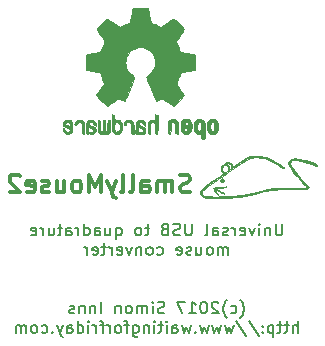
<source format=gbo>
G04 #@! TF.FileFunction,Legend,Bot*
%FSLAX46Y46*%
G04 Gerber Fmt 4.6, Leading zero omitted, Abs format (unit mm)*
G04 Created by KiCad (PCBNEW 4.0.6) date 05/07/17 15:41:17*
%MOMM*%
%LPD*%
G01*
G04 APERTURE LIST*
%ADD10C,0.100000*%
%ADD11C,0.150000*%
%ADD12C,0.300000*%
%ADD13C,0.010000*%
G04 APERTURE END LIST*
D10*
D11*
X154279859Y-99721381D02*
X154279859Y-100530905D01*
X154232240Y-100626143D01*
X154184621Y-100673762D01*
X154089383Y-100721381D01*
X153898906Y-100721381D01*
X153803668Y-100673762D01*
X153756049Y-100626143D01*
X153708430Y-100530905D01*
X153708430Y-99721381D01*
X153232240Y-100054714D02*
X153232240Y-100721381D01*
X153232240Y-100149952D02*
X153184621Y-100102333D01*
X153089383Y-100054714D01*
X152946525Y-100054714D01*
X152851287Y-100102333D01*
X152803668Y-100197571D01*
X152803668Y-100721381D01*
X152327478Y-100721381D02*
X152327478Y-100054714D01*
X152327478Y-99721381D02*
X152375097Y-99769000D01*
X152327478Y-99816619D01*
X152279859Y-99769000D01*
X152327478Y-99721381D01*
X152327478Y-99816619D01*
X151946526Y-100054714D02*
X151708431Y-100721381D01*
X151470335Y-100054714D01*
X150708430Y-100673762D02*
X150803668Y-100721381D01*
X150994145Y-100721381D01*
X151089383Y-100673762D01*
X151137002Y-100578524D01*
X151137002Y-100197571D01*
X151089383Y-100102333D01*
X150994145Y-100054714D01*
X150803668Y-100054714D01*
X150708430Y-100102333D01*
X150660811Y-100197571D01*
X150660811Y-100292810D01*
X151137002Y-100388048D01*
X150232240Y-100721381D02*
X150232240Y-100054714D01*
X150232240Y-100245190D02*
X150184621Y-100149952D01*
X150137002Y-100102333D01*
X150041764Y-100054714D01*
X149946525Y-100054714D01*
X149660811Y-100673762D02*
X149565573Y-100721381D01*
X149375097Y-100721381D01*
X149279858Y-100673762D01*
X149232239Y-100578524D01*
X149232239Y-100530905D01*
X149279858Y-100435667D01*
X149375097Y-100388048D01*
X149517954Y-100388048D01*
X149613192Y-100340429D01*
X149660811Y-100245190D01*
X149660811Y-100197571D01*
X149613192Y-100102333D01*
X149517954Y-100054714D01*
X149375097Y-100054714D01*
X149279858Y-100102333D01*
X148375096Y-100721381D02*
X148375096Y-100197571D01*
X148422715Y-100102333D01*
X148517953Y-100054714D01*
X148708430Y-100054714D01*
X148803668Y-100102333D01*
X148375096Y-100673762D02*
X148470334Y-100721381D01*
X148708430Y-100721381D01*
X148803668Y-100673762D01*
X148851287Y-100578524D01*
X148851287Y-100483286D01*
X148803668Y-100388048D01*
X148708430Y-100340429D01*
X148470334Y-100340429D01*
X148375096Y-100292810D01*
X147756049Y-100721381D02*
X147851287Y-100673762D01*
X147898906Y-100578524D01*
X147898906Y-99721381D01*
X146613191Y-99721381D02*
X146613191Y-100530905D01*
X146565572Y-100626143D01*
X146517953Y-100673762D01*
X146422715Y-100721381D01*
X146232238Y-100721381D01*
X146137000Y-100673762D01*
X146089381Y-100626143D01*
X146041762Y-100530905D01*
X146041762Y-99721381D01*
X145613191Y-100673762D02*
X145470334Y-100721381D01*
X145232238Y-100721381D01*
X145137000Y-100673762D01*
X145089381Y-100626143D01*
X145041762Y-100530905D01*
X145041762Y-100435667D01*
X145089381Y-100340429D01*
X145137000Y-100292810D01*
X145232238Y-100245190D01*
X145422715Y-100197571D01*
X145517953Y-100149952D01*
X145565572Y-100102333D01*
X145613191Y-100007095D01*
X145613191Y-99911857D01*
X145565572Y-99816619D01*
X145517953Y-99769000D01*
X145422715Y-99721381D01*
X145184619Y-99721381D01*
X145041762Y-99769000D01*
X144279857Y-100197571D02*
X144137000Y-100245190D01*
X144089381Y-100292810D01*
X144041762Y-100388048D01*
X144041762Y-100530905D01*
X144089381Y-100626143D01*
X144137000Y-100673762D01*
X144232238Y-100721381D01*
X144613191Y-100721381D01*
X144613191Y-99721381D01*
X144279857Y-99721381D01*
X144184619Y-99769000D01*
X144137000Y-99816619D01*
X144089381Y-99911857D01*
X144089381Y-100007095D01*
X144137000Y-100102333D01*
X144184619Y-100149952D01*
X144279857Y-100197571D01*
X144613191Y-100197571D01*
X142994143Y-100054714D02*
X142613191Y-100054714D01*
X142851286Y-99721381D02*
X142851286Y-100578524D01*
X142803667Y-100673762D01*
X142708429Y-100721381D01*
X142613191Y-100721381D01*
X142137000Y-100721381D02*
X142232238Y-100673762D01*
X142279857Y-100626143D01*
X142327476Y-100530905D01*
X142327476Y-100245190D01*
X142279857Y-100149952D01*
X142232238Y-100102333D01*
X142137000Y-100054714D01*
X141994142Y-100054714D01*
X141898904Y-100102333D01*
X141851285Y-100149952D01*
X141803666Y-100245190D01*
X141803666Y-100530905D01*
X141851285Y-100626143D01*
X141898904Y-100673762D01*
X141994142Y-100721381D01*
X142137000Y-100721381D01*
X140184618Y-100054714D02*
X140184618Y-101054714D01*
X140184618Y-100673762D02*
X140279856Y-100721381D01*
X140470333Y-100721381D01*
X140565571Y-100673762D01*
X140613190Y-100626143D01*
X140660809Y-100530905D01*
X140660809Y-100245190D01*
X140613190Y-100149952D01*
X140565571Y-100102333D01*
X140470333Y-100054714D01*
X140279856Y-100054714D01*
X140184618Y-100102333D01*
X139279856Y-100054714D02*
X139279856Y-100721381D01*
X139708428Y-100054714D02*
X139708428Y-100578524D01*
X139660809Y-100673762D01*
X139565571Y-100721381D01*
X139422713Y-100721381D01*
X139327475Y-100673762D01*
X139279856Y-100626143D01*
X138375094Y-100721381D02*
X138375094Y-100197571D01*
X138422713Y-100102333D01*
X138517951Y-100054714D01*
X138708428Y-100054714D01*
X138803666Y-100102333D01*
X138375094Y-100673762D02*
X138470332Y-100721381D01*
X138708428Y-100721381D01*
X138803666Y-100673762D01*
X138851285Y-100578524D01*
X138851285Y-100483286D01*
X138803666Y-100388048D01*
X138708428Y-100340429D01*
X138470332Y-100340429D01*
X138375094Y-100292810D01*
X137470332Y-100721381D02*
X137470332Y-99721381D01*
X137470332Y-100673762D02*
X137565570Y-100721381D01*
X137756047Y-100721381D01*
X137851285Y-100673762D01*
X137898904Y-100626143D01*
X137946523Y-100530905D01*
X137946523Y-100245190D01*
X137898904Y-100149952D01*
X137851285Y-100102333D01*
X137756047Y-100054714D01*
X137565570Y-100054714D01*
X137470332Y-100102333D01*
X136994142Y-100721381D02*
X136994142Y-100054714D01*
X136994142Y-100245190D02*
X136946523Y-100149952D01*
X136898904Y-100102333D01*
X136803666Y-100054714D01*
X136708427Y-100054714D01*
X135946522Y-100721381D02*
X135946522Y-100197571D01*
X135994141Y-100102333D01*
X136089379Y-100054714D01*
X136279856Y-100054714D01*
X136375094Y-100102333D01*
X135946522Y-100673762D02*
X136041760Y-100721381D01*
X136279856Y-100721381D01*
X136375094Y-100673762D01*
X136422713Y-100578524D01*
X136422713Y-100483286D01*
X136375094Y-100388048D01*
X136279856Y-100340429D01*
X136041760Y-100340429D01*
X135946522Y-100292810D01*
X135613189Y-100054714D02*
X135232237Y-100054714D01*
X135470332Y-99721381D02*
X135470332Y-100578524D01*
X135422713Y-100673762D01*
X135327475Y-100721381D01*
X135232237Y-100721381D01*
X134470331Y-100054714D02*
X134470331Y-100721381D01*
X134898903Y-100054714D02*
X134898903Y-100578524D01*
X134851284Y-100673762D01*
X134756046Y-100721381D01*
X134613188Y-100721381D01*
X134517950Y-100673762D01*
X134470331Y-100626143D01*
X133994141Y-100721381D02*
X133994141Y-100054714D01*
X133994141Y-100245190D02*
X133946522Y-100149952D01*
X133898903Y-100102333D01*
X133803665Y-100054714D01*
X133708426Y-100054714D01*
X132994140Y-100673762D02*
X133089378Y-100721381D01*
X133279855Y-100721381D01*
X133375093Y-100673762D01*
X133422712Y-100578524D01*
X133422712Y-100197571D01*
X133375093Y-100102333D01*
X133279855Y-100054714D01*
X133089378Y-100054714D01*
X132994140Y-100102333D01*
X132946521Y-100197571D01*
X132946521Y-100292810D01*
X133422712Y-100388048D01*
X149660811Y-102371381D02*
X149660811Y-101704714D01*
X149660811Y-101799952D02*
X149613192Y-101752333D01*
X149517954Y-101704714D01*
X149375096Y-101704714D01*
X149279858Y-101752333D01*
X149232239Y-101847571D01*
X149232239Y-102371381D01*
X149232239Y-101847571D02*
X149184620Y-101752333D01*
X149089382Y-101704714D01*
X148946525Y-101704714D01*
X148851287Y-101752333D01*
X148803668Y-101847571D01*
X148803668Y-102371381D01*
X148184621Y-102371381D02*
X148279859Y-102323762D01*
X148327478Y-102276143D01*
X148375097Y-102180905D01*
X148375097Y-101895190D01*
X148327478Y-101799952D01*
X148279859Y-101752333D01*
X148184621Y-101704714D01*
X148041763Y-101704714D01*
X147946525Y-101752333D01*
X147898906Y-101799952D01*
X147851287Y-101895190D01*
X147851287Y-102180905D01*
X147898906Y-102276143D01*
X147946525Y-102323762D01*
X148041763Y-102371381D01*
X148184621Y-102371381D01*
X146994144Y-101704714D02*
X146994144Y-102371381D01*
X147422716Y-101704714D02*
X147422716Y-102228524D01*
X147375097Y-102323762D01*
X147279859Y-102371381D01*
X147137001Y-102371381D01*
X147041763Y-102323762D01*
X146994144Y-102276143D01*
X146565573Y-102323762D02*
X146470335Y-102371381D01*
X146279859Y-102371381D01*
X146184620Y-102323762D01*
X146137001Y-102228524D01*
X146137001Y-102180905D01*
X146184620Y-102085667D01*
X146279859Y-102038048D01*
X146422716Y-102038048D01*
X146517954Y-101990429D01*
X146565573Y-101895190D01*
X146565573Y-101847571D01*
X146517954Y-101752333D01*
X146422716Y-101704714D01*
X146279859Y-101704714D01*
X146184620Y-101752333D01*
X145327477Y-102323762D02*
X145422715Y-102371381D01*
X145613192Y-102371381D01*
X145708430Y-102323762D01*
X145756049Y-102228524D01*
X145756049Y-101847571D01*
X145708430Y-101752333D01*
X145613192Y-101704714D01*
X145422715Y-101704714D01*
X145327477Y-101752333D01*
X145279858Y-101847571D01*
X145279858Y-101942810D01*
X145756049Y-102038048D01*
X143660810Y-102323762D02*
X143756048Y-102371381D01*
X143946525Y-102371381D01*
X144041763Y-102323762D01*
X144089382Y-102276143D01*
X144137001Y-102180905D01*
X144137001Y-101895190D01*
X144089382Y-101799952D01*
X144041763Y-101752333D01*
X143946525Y-101704714D01*
X143756048Y-101704714D01*
X143660810Y-101752333D01*
X143089382Y-102371381D02*
X143184620Y-102323762D01*
X143232239Y-102276143D01*
X143279858Y-102180905D01*
X143279858Y-101895190D01*
X143232239Y-101799952D01*
X143184620Y-101752333D01*
X143089382Y-101704714D01*
X142946524Y-101704714D01*
X142851286Y-101752333D01*
X142803667Y-101799952D01*
X142756048Y-101895190D01*
X142756048Y-102180905D01*
X142803667Y-102276143D01*
X142851286Y-102323762D01*
X142946524Y-102371381D01*
X143089382Y-102371381D01*
X142327477Y-101704714D02*
X142327477Y-102371381D01*
X142327477Y-101799952D02*
X142279858Y-101752333D01*
X142184620Y-101704714D01*
X142041762Y-101704714D01*
X141946524Y-101752333D01*
X141898905Y-101847571D01*
X141898905Y-102371381D01*
X141517953Y-101704714D02*
X141279858Y-102371381D01*
X141041762Y-101704714D01*
X140279857Y-102323762D02*
X140375095Y-102371381D01*
X140565572Y-102371381D01*
X140660810Y-102323762D01*
X140708429Y-102228524D01*
X140708429Y-101847571D01*
X140660810Y-101752333D01*
X140565572Y-101704714D01*
X140375095Y-101704714D01*
X140279857Y-101752333D01*
X140232238Y-101847571D01*
X140232238Y-101942810D01*
X140708429Y-102038048D01*
X139803667Y-102371381D02*
X139803667Y-101704714D01*
X139803667Y-101895190D02*
X139756048Y-101799952D01*
X139708429Y-101752333D01*
X139613191Y-101704714D01*
X139517952Y-101704714D01*
X139327476Y-101704714D02*
X138946524Y-101704714D01*
X139184619Y-101371381D02*
X139184619Y-102228524D01*
X139137000Y-102323762D01*
X139041762Y-102371381D01*
X138946524Y-102371381D01*
X138232237Y-102323762D02*
X138327475Y-102371381D01*
X138517952Y-102371381D01*
X138613190Y-102323762D01*
X138660809Y-102228524D01*
X138660809Y-101847571D01*
X138613190Y-101752333D01*
X138517952Y-101704714D01*
X138327475Y-101704714D01*
X138232237Y-101752333D01*
X138184618Y-101847571D01*
X138184618Y-101942810D01*
X138660809Y-102038048D01*
X137756047Y-102371381D02*
X137756047Y-101704714D01*
X137756047Y-101895190D02*
X137708428Y-101799952D01*
X137660809Y-101752333D01*
X137565571Y-101704714D01*
X137470332Y-101704714D01*
X150708428Y-107702333D02*
X150756048Y-107654714D01*
X150851286Y-107511857D01*
X150898905Y-107416619D01*
X150946524Y-107273762D01*
X150994143Y-107035667D01*
X150994143Y-106845190D01*
X150946524Y-106607095D01*
X150898905Y-106464238D01*
X150851286Y-106369000D01*
X150756048Y-106226143D01*
X150708428Y-106178524D01*
X149898904Y-107273762D02*
X149994142Y-107321381D01*
X150184619Y-107321381D01*
X150279857Y-107273762D01*
X150327476Y-107226143D01*
X150375095Y-107130905D01*
X150375095Y-106845190D01*
X150327476Y-106749952D01*
X150279857Y-106702333D01*
X150184619Y-106654714D01*
X149994142Y-106654714D01*
X149898904Y-106702333D01*
X149565571Y-107702333D02*
X149517952Y-107654714D01*
X149422714Y-107511857D01*
X149375095Y-107416619D01*
X149327476Y-107273762D01*
X149279857Y-107035667D01*
X149279857Y-106845190D01*
X149327476Y-106607095D01*
X149375095Y-106464238D01*
X149422714Y-106369000D01*
X149517952Y-106226143D01*
X149565571Y-106178524D01*
X148851285Y-106416619D02*
X148803666Y-106369000D01*
X148708428Y-106321381D01*
X148470332Y-106321381D01*
X148375094Y-106369000D01*
X148327475Y-106416619D01*
X148279856Y-106511857D01*
X148279856Y-106607095D01*
X148327475Y-106749952D01*
X148898904Y-107321381D01*
X148279856Y-107321381D01*
X147660809Y-106321381D02*
X147565570Y-106321381D01*
X147470332Y-106369000D01*
X147422713Y-106416619D01*
X147375094Y-106511857D01*
X147327475Y-106702333D01*
X147327475Y-106940429D01*
X147375094Y-107130905D01*
X147422713Y-107226143D01*
X147470332Y-107273762D01*
X147565570Y-107321381D01*
X147660809Y-107321381D01*
X147756047Y-107273762D01*
X147803666Y-107226143D01*
X147851285Y-107130905D01*
X147898904Y-106940429D01*
X147898904Y-106702333D01*
X147851285Y-106511857D01*
X147803666Y-106416619D01*
X147756047Y-106369000D01*
X147660809Y-106321381D01*
X146375094Y-107321381D02*
X146946523Y-107321381D01*
X146660809Y-107321381D02*
X146660809Y-106321381D01*
X146756047Y-106464238D01*
X146851285Y-106559476D01*
X146946523Y-106607095D01*
X146041761Y-106321381D02*
X145375094Y-106321381D01*
X145803666Y-107321381D01*
X144279856Y-107273762D02*
X144136999Y-107321381D01*
X143898903Y-107321381D01*
X143803665Y-107273762D01*
X143756046Y-107226143D01*
X143708427Y-107130905D01*
X143708427Y-107035667D01*
X143756046Y-106940429D01*
X143803665Y-106892810D01*
X143898903Y-106845190D01*
X144089380Y-106797571D01*
X144184618Y-106749952D01*
X144232237Y-106702333D01*
X144279856Y-106607095D01*
X144279856Y-106511857D01*
X144232237Y-106416619D01*
X144184618Y-106369000D01*
X144089380Y-106321381D01*
X143851284Y-106321381D01*
X143708427Y-106369000D01*
X143279856Y-107321381D02*
X143279856Y-106654714D01*
X143279856Y-106321381D02*
X143327475Y-106369000D01*
X143279856Y-106416619D01*
X143232237Y-106369000D01*
X143279856Y-106321381D01*
X143279856Y-106416619D01*
X142803666Y-107321381D02*
X142803666Y-106654714D01*
X142803666Y-106749952D02*
X142756047Y-106702333D01*
X142660809Y-106654714D01*
X142517951Y-106654714D01*
X142422713Y-106702333D01*
X142375094Y-106797571D01*
X142375094Y-107321381D01*
X142375094Y-106797571D02*
X142327475Y-106702333D01*
X142232237Y-106654714D01*
X142089380Y-106654714D01*
X141994142Y-106702333D01*
X141946523Y-106797571D01*
X141946523Y-107321381D01*
X141327476Y-107321381D02*
X141422714Y-107273762D01*
X141470333Y-107226143D01*
X141517952Y-107130905D01*
X141517952Y-106845190D01*
X141470333Y-106749952D01*
X141422714Y-106702333D01*
X141327476Y-106654714D01*
X141184618Y-106654714D01*
X141089380Y-106702333D01*
X141041761Y-106749952D01*
X140994142Y-106845190D01*
X140994142Y-107130905D01*
X141041761Y-107226143D01*
X141089380Y-107273762D01*
X141184618Y-107321381D01*
X141327476Y-107321381D01*
X140565571Y-106654714D02*
X140565571Y-107321381D01*
X140565571Y-106749952D02*
X140517952Y-106702333D01*
X140422714Y-106654714D01*
X140279856Y-106654714D01*
X140184618Y-106702333D01*
X140136999Y-106797571D01*
X140136999Y-107321381D01*
X138898904Y-107321381D02*
X138898904Y-106321381D01*
X138422714Y-106654714D02*
X138422714Y-107321381D01*
X138422714Y-106749952D02*
X138375095Y-106702333D01*
X138279857Y-106654714D01*
X138136999Y-106654714D01*
X138041761Y-106702333D01*
X137994142Y-106797571D01*
X137994142Y-107321381D01*
X137517952Y-106654714D02*
X137517952Y-107321381D01*
X137517952Y-106749952D02*
X137470333Y-106702333D01*
X137375095Y-106654714D01*
X137232237Y-106654714D01*
X137136999Y-106702333D01*
X137089380Y-106797571D01*
X137089380Y-107321381D01*
X136660809Y-107273762D02*
X136565571Y-107321381D01*
X136375095Y-107321381D01*
X136279856Y-107273762D01*
X136232237Y-107178524D01*
X136232237Y-107130905D01*
X136279856Y-107035667D01*
X136375095Y-106988048D01*
X136517952Y-106988048D01*
X136613190Y-106940429D01*
X136660809Y-106845190D01*
X136660809Y-106797571D01*
X136613190Y-106702333D01*
X136517952Y-106654714D01*
X136375095Y-106654714D01*
X136279856Y-106702333D01*
X155565572Y-108971381D02*
X155565572Y-107971381D01*
X155137000Y-108971381D02*
X155137000Y-108447571D01*
X155184619Y-108352333D01*
X155279857Y-108304714D01*
X155422715Y-108304714D01*
X155517953Y-108352333D01*
X155565572Y-108399952D01*
X154803667Y-108304714D02*
X154422715Y-108304714D01*
X154660810Y-107971381D02*
X154660810Y-108828524D01*
X154613191Y-108923762D01*
X154517953Y-108971381D01*
X154422715Y-108971381D01*
X154232238Y-108304714D02*
X153851286Y-108304714D01*
X154089381Y-107971381D02*
X154089381Y-108828524D01*
X154041762Y-108923762D01*
X153946524Y-108971381D01*
X153851286Y-108971381D01*
X153517952Y-108304714D02*
X153517952Y-109304714D01*
X153517952Y-108352333D02*
X153422714Y-108304714D01*
X153232237Y-108304714D01*
X153136999Y-108352333D01*
X153089380Y-108399952D01*
X153041761Y-108495190D01*
X153041761Y-108780905D01*
X153089380Y-108876143D01*
X153136999Y-108923762D01*
X153232237Y-108971381D01*
X153422714Y-108971381D01*
X153517952Y-108923762D01*
X152613190Y-108876143D02*
X152565571Y-108923762D01*
X152613190Y-108971381D01*
X152660809Y-108923762D01*
X152613190Y-108876143D01*
X152613190Y-108971381D01*
X152613190Y-108352333D02*
X152565571Y-108399952D01*
X152613190Y-108447571D01*
X152660809Y-108399952D01*
X152613190Y-108352333D01*
X152613190Y-108447571D01*
X151422714Y-107923762D02*
X152279857Y-109209476D01*
X150375095Y-107923762D02*
X151232238Y-109209476D01*
X150137000Y-108304714D02*
X149946524Y-108971381D01*
X149756047Y-108495190D01*
X149565571Y-108971381D01*
X149375095Y-108304714D01*
X149089381Y-108304714D02*
X148898905Y-108971381D01*
X148708428Y-108495190D01*
X148517952Y-108971381D01*
X148327476Y-108304714D01*
X148041762Y-108304714D02*
X147851286Y-108971381D01*
X147660809Y-108495190D01*
X147470333Y-108971381D01*
X147279857Y-108304714D01*
X146898905Y-108876143D02*
X146851286Y-108923762D01*
X146898905Y-108971381D01*
X146946524Y-108923762D01*
X146898905Y-108876143D01*
X146898905Y-108971381D01*
X146517953Y-108304714D02*
X146327477Y-108971381D01*
X146137000Y-108495190D01*
X145946524Y-108971381D01*
X145756048Y-108304714D01*
X144946524Y-108971381D02*
X144946524Y-108447571D01*
X144994143Y-108352333D01*
X145089381Y-108304714D01*
X145279858Y-108304714D01*
X145375096Y-108352333D01*
X144946524Y-108923762D02*
X145041762Y-108971381D01*
X145279858Y-108971381D01*
X145375096Y-108923762D01*
X145422715Y-108828524D01*
X145422715Y-108733286D01*
X145375096Y-108638048D01*
X145279858Y-108590429D01*
X145041762Y-108590429D01*
X144946524Y-108542810D01*
X144470334Y-108971381D02*
X144470334Y-108304714D01*
X144470334Y-107971381D02*
X144517953Y-108019000D01*
X144470334Y-108066619D01*
X144422715Y-108019000D01*
X144470334Y-107971381D01*
X144470334Y-108066619D01*
X144137001Y-108304714D02*
X143756049Y-108304714D01*
X143994144Y-107971381D02*
X143994144Y-108828524D01*
X143946525Y-108923762D01*
X143851287Y-108971381D01*
X143756049Y-108971381D01*
X143422715Y-108971381D02*
X143422715Y-108304714D01*
X143422715Y-107971381D02*
X143470334Y-108019000D01*
X143422715Y-108066619D01*
X143375096Y-108019000D01*
X143422715Y-107971381D01*
X143422715Y-108066619D01*
X142946525Y-108304714D02*
X142946525Y-108971381D01*
X142946525Y-108399952D02*
X142898906Y-108352333D01*
X142803668Y-108304714D01*
X142660810Y-108304714D01*
X142565572Y-108352333D01*
X142517953Y-108447571D01*
X142517953Y-108971381D01*
X141613191Y-108304714D02*
X141613191Y-109114238D01*
X141660810Y-109209476D01*
X141708429Y-109257095D01*
X141803668Y-109304714D01*
X141946525Y-109304714D01*
X142041763Y-109257095D01*
X141613191Y-108923762D02*
X141708429Y-108971381D01*
X141898906Y-108971381D01*
X141994144Y-108923762D01*
X142041763Y-108876143D01*
X142089382Y-108780905D01*
X142089382Y-108495190D01*
X142041763Y-108399952D01*
X141994144Y-108352333D01*
X141898906Y-108304714D01*
X141708429Y-108304714D01*
X141613191Y-108352333D01*
X141279858Y-108304714D02*
X140898906Y-108304714D01*
X141137001Y-108971381D02*
X141137001Y-108114238D01*
X141089382Y-108019000D01*
X140994144Y-107971381D01*
X140898906Y-107971381D01*
X140422715Y-108971381D02*
X140517953Y-108923762D01*
X140565572Y-108876143D01*
X140613191Y-108780905D01*
X140613191Y-108495190D01*
X140565572Y-108399952D01*
X140517953Y-108352333D01*
X140422715Y-108304714D01*
X140279857Y-108304714D01*
X140184619Y-108352333D01*
X140137000Y-108399952D01*
X140089381Y-108495190D01*
X140089381Y-108780905D01*
X140137000Y-108876143D01*
X140184619Y-108923762D01*
X140279857Y-108971381D01*
X140422715Y-108971381D01*
X139660810Y-108971381D02*
X139660810Y-108304714D01*
X139660810Y-108495190D02*
X139613191Y-108399952D01*
X139565572Y-108352333D01*
X139470334Y-108304714D01*
X139375095Y-108304714D01*
X139184619Y-108304714D02*
X138803667Y-108304714D01*
X139041762Y-108971381D02*
X139041762Y-108114238D01*
X138994143Y-108019000D01*
X138898905Y-107971381D01*
X138803667Y-107971381D01*
X138470333Y-108971381D02*
X138470333Y-108304714D01*
X138470333Y-108495190D02*
X138422714Y-108399952D01*
X138375095Y-108352333D01*
X138279857Y-108304714D01*
X138184618Y-108304714D01*
X137851285Y-108971381D02*
X137851285Y-108304714D01*
X137851285Y-107971381D02*
X137898904Y-108019000D01*
X137851285Y-108066619D01*
X137803666Y-108019000D01*
X137851285Y-107971381D01*
X137851285Y-108066619D01*
X136946523Y-108971381D02*
X136946523Y-107971381D01*
X136946523Y-108923762D02*
X137041761Y-108971381D01*
X137232238Y-108971381D01*
X137327476Y-108923762D01*
X137375095Y-108876143D01*
X137422714Y-108780905D01*
X137422714Y-108495190D01*
X137375095Y-108399952D01*
X137327476Y-108352333D01*
X137232238Y-108304714D01*
X137041761Y-108304714D01*
X136946523Y-108352333D01*
X136041761Y-108971381D02*
X136041761Y-108447571D01*
X136089380Y-108352333D01*
X136184618Y-108304714D01*
X136375095Y-108304714D01*
X136470333Y-108352333D01*
X136041761Y-108923762D02*
X136136999Y-108971381D01*
X136375095Y-108971381D01*
X136470333Y-108923762D01*
X136517952Y-108828524D01*
X136517952Y-108733286D01*
X136470333Y-108638048D01*
X136375095Y-108590429D01*
X136136999Y-108590429D01*
X136041761Y-108542810D01*
X135660809Y-108304714D02*
X135422714Y-108971381D01*
X135184618Y-108304714D02*
X135422714Y-108971381D01*
X135517952Y-109209476D01*
X135565571Y-109257095D01*
X135660809Y-109304714D01*
X134803666Y-108876143D02*
X134756047Y-108923762D01*
X134803666Y-108971381D01*
X134851285Y-108923762D01*
X134803666Y-108876143D01*
X134803666Y-108971381D01*
X133898904Y-108923762D02*
X133994142Y-108971381D01*
X134184619Y-108971381D01*
X134279857Y-108923762D01*
X134327476Y-108876143D01*
X134375095Y-108780905D01*
X134375095Y-108495190D01*
X134327476Y-108399952D01*
X134279857Y-108352333D01*
X134184619Y-108304714D01*
X133994142Y-108304714D01*
X133898904Y-108352333D01*
X133327476Y-108971381D02*
X133422714Y-108923762D01*
X133470333Y-108876143D01*
X133517952Y-108780905D01*
X133517952Y-108495190D01*
X133470333Y-108399952D01*
X133422714Y-108352333D01*
X133327476Y-108304714D01*
X133184618Y-108304714D01*
X133089380Y-108352333D01*
X133041761Y-108399952D01*
X132994142Y-108495190D01*
X132994142Y-108780905D01*
X133041761Y-108876143D01*
X133089380Y-108923762D01*
X133184618Y-108971381D01*
X133327476Y-108971381D01*
X132565571Y-108971381D02*
X132565571Y-108304714D01*
X132565571Y-108399952D02*
X132517952Y-108352333D01*
X132422714Y-108304714D01*
X132279856Y-108304714D01*
X132184618Y-108352333D01*
X132136999Y-108447571D01*
X132136999Y-108971381D01*
X132136999Y-108447571D02*
X132089380Y-108352333D01*
X131994142Y-108304714D01*
X131851285Y-108304714D01*
X131756047Y-108352333D01*
X131708428Y-108447571D01*
X131708428Y-108971381D01*
D12*
X146453857Y-97000143D02*
X146239571Y-97071571D01*
X145882428Y-97071571D01*
X145739571Y-97000143D01*
X145668142Y-96928714D01*
X145596714Y-96785857D01*
X145596714Y-96643000D01*
X145668142Y-96500143D01*
X145739571Y-96428714D01*
X145882428Y-96357286D01*
X146168142Y-96285857D01*
X146311000Y-96214429D01*
X146382428Y-96143000D01*
X146453857Y-96000143D01*
X146453857Y-95857286D01*
X146382428Y-95714429D01*
X146311000Y-95643000D01*
X146168142Y-95571571D01*
X145811000Y-95571571D01*
X145596714Y-95643000D01*
X144953857Y-97071571D02*
X144953857Y-96071571D01*
X144953857Y-96214429D02*
X144882429Y-96143000D01*
X144739571Y-96071571D01*
X144525286Y-96071571D01*
X144382429Y-96143000D01*
X144311000Y-96285857D01*
X144311000Y-97071571D01*
X144311000Y-96285857D02*
X144239571Y-96143000D01*
X144096714Y-96071571D01*
X143882429Y-96071571D01*
X143739571Y-96143000D01*
X143668143Y-96285857D01*
X143668143Y-97071571D01*
X142311000Y-97071571D02*
X142311000Y-96285857D01*
X142382429Y-96143000D01*
X142525286Y-96071571D01*
X142811000Y-96071571D01*
X142953857Y-96143000D01*
X142311000Y-97000143D02*
X142453857Y-97071571D01*
X142811000Y-97071571D01*
X142953857Y-97000143D01*
X143025286Y-96857286D01*
X143025286Y-96714429D01*
X142953857Y-96571571D01*
X142811000Y-96500143D01*
X142453857Y-96500143D01*
X142311000Y-96428714D01*
X141382428Y-97071571D02*
X141525286Y-97000143D01*
X141596714Y-96857286D01*
X141596714Y-95571571D01*
X140596714Y-97071571D02*
X140739572Y-97000143D01*
X140811000Y-96857286D01*
X140811000Y-95571571D01*
X140168143Y-96071571D02*
X139811000Y-97071571D01*
X139453858Y-96071571D02*
X139811000Y-97071571D01*
X139953858Y-97428714D01*
X140025286Y-97500143D01*
X140168143Y-97571571D01*
X138882429Y-97071571D02*
X138882429Y-95571571D01*
X138382429Y-96643000D01*
X137882429Y-95571571D01*
X137882429Y-97071571D01*
X136953857Y-97071571D02*
X137096715Y-97000143D01*
X137168143Y-96928714D01*
X137239572Y-96785857D01*
X137239572Y-96357286D01*
X137168143Y-96214429D01*
X137096715Y-96143000D01*
X136953857Y-96071571D01*
X136739572Y-96071571D01*
X136596715Y-96143000D01*
X136525286Y-96214429D01*
X136453857Y-96357286D01*
X136453857Y-96785857D01*
X136525286Y-96928714D01*
X136596715Y-97000143D01*
X136739572Y-97071571D01*
X136953857Y-97071571D01*
X135168143Y-96071571D02*
X135168143Y-97071571D01*
X135811000Y-96071571D02*
X135811000Y-96857286D01*
X135739572Y-97000143D01*
X135596714Y-97071571D01*
X135382429Y-97071571D01*
X135239572Y-97000143D01*
X135168143Y-96928714D01*
X134525286Y-97000143D02*
X134382429Y-97071571D01*
X134096714Y-97071571D01*
X133953857Y-97000143D01*
X133882429Y-96857286D01*
X133882429Y-96785857D01*
X133953857Y-96643000D01*
X134096714Y-96571571D01*
X134311000Y-96571571D01*
X134453857Y-96500143D01*
X134525286Y-96357286D01*
X134525286Y-96285857D01*
X134453857Y-96143000D01*
X134311000Y-96071571D01*
X134096714Y-96071571D01*
X133953857Y-96143000D01*
X132668143Y-97000143D02*
X132811000Y-97071571D01*
X133096714Y-97071571D01*
X133239571Y-97000143D01*
X133311000Y-96857286D01*
X133311000Y-96285857D01*
X133239571Y-96143000D01*
X133096714Y-96071571D01*
X132811000Y-96071571D01*
X132668143Y-96143000D01*
X132596714Y-96285857D01*
X132596714Y-96428714D01*
X133311000Y-96571571D01*
X132025286Y-95714429D02*
X131953857Y-95643000D01*
X131811000Y-95571571D01*
X131453857Y-95571571D01*
X131311000Y-95643000D01*
X131239571Y-95714429D01*
X131168143Y-95857286D01*
X131168143Y-96000143D01*
X131239571Y-96214429D01*
X132096714Y-97071571D01*
X131168143Y-97071571D01*
D13*
G36*
X147068100Y-90856903D02*
X146956550Y-90912522D01*
X146858092Y-91014931D01*
X146830977Y-91052864D01*
X146801438Y-91102500D01*
X146782272Y-91156412D01*
X146771307Y-91228364D01*
X146766371Y-91332122D01*
X146765287Y-91469101D01*
X146770182Y-91656815D01*
X146787196Y-91797758D01*
X146819823Y-91902908D01*
X146871558Y-91983243D01*
X146945896Y-92049741D01*
X146951358Y-92053678D01*
X147024620Y-92093953D01*
X147112840Y-92113880D01*
X147225038Y-92118793D01*
X147407433Y-92118793D01*
X147407509Y-92295857D01*
X147409207Y-92394470D01*
X147419550Y-92452314D01*
X147446578Y-92487006D01*
X147498332Y-92516164D01*
X147510761Y-92522121D01*
X147568923Y-92550039D01*
X147613956Y-92567672D01*
X147647441Y-92569194D01*
X147670962Y-92548781D01*
X147686100Y-92500607D01*
X147694437Y-92418846D01*
X147697556Y-92297672D01*
X147697040Y-92131260D01*
X147694471Y-91913785D01*
X147693668Y-91848736D01*
X147690778Y-91624502D01*
X147688188Y-91477821D01*
X147407586Y-91477821D01*
X147406009Y-91602326D01*
X147399000Y-91683787D01*
X147383142Y-91737515D01*
X147355019Y-91778823D01*
X147335925Y-91798971D01*
X147257865Y-91857921D01*
X147188753Y-91862720D01*
X147117440Y-91814038D01*
X147115632Y-91812241D01*
X147086617Y-91774618D01*
X147068967Y-91723484D01*
X147060064Y-91644738D01*
X147057291Y-91524276D01*
X147057241Y-91497588D01*
X147063942Y-91331583D01*
X147085752Y-91216505D01*
X147125235Y-91146254D01*
X147184956Y-91114729D01*
X147219472Y-91111552D01*
X147301389Y-91126460D01*
X147357579Y-91175548D01*
X147391402Y-91265362D01*
X147406220Y-91402445D01*
X147407586Y-91477821D01*
X147688188Y-91477821D01*
X147687713Y-91450952D01*
X147683753Y-91320382D01*
X147678174Y-91225087D01*
X147670254Y-91157364D01*
X147659269Y-91109507D01*
X147644499Y-91073813D01*
X147625218Y-91042578D01*
X147616951Y-91030824D01*
X147507288Y-90919797D01*
X147368635Y-90856847D01*
X147208246Y-90839297D01*
X147068100Y-90856903D01*
X147068100Y-90856903D01*
G37*
X147068100Y-90856903D02*
X146956550Y-90912522D01*
X146858092Y-91014931D01*
X146830977Y-91052864D01*
X146801438Y-91102500D01*
X146782272Y-91156412D01*
X146771307Y-91228364D01*
X146766371Y-91332122D01*
X146765287Y-91469101D01*
X146770182Y-91656815D01*
X146787196Y-91797758D01*
X146819823Y-91902908D01*
X146871558Y-91983243D01*
X146945896Y-92049741D01*
X146951358Y-92053678D01*
X147024620Y-92093953D01*
X147112840Y-92113880D01*
X147225038Y-92118793D01*
X147407433Y-92118793D01*
X147407509Y-92295857D01*
X147409207Y-92394470D01*
X147419550Y-92452314D01*
X147446578Y-92487006D01*
X147498332Y-92516164D01*
X147510761Y-92522121D01*
X147568923Y-92550039D01*
X147613956Y-92567672D01*
X147647441Y-92569194D01*
X147670962Y-92548781D01*
X147686100Y-92500607D01*
X147694437Y-92418846D01*
X147697556Y-92297672D01*
X147697040Y-92131260D01*
X147694471Y-91913785D01*
X147693668Y-91848736D01*
X147690778Y-91624502D01*
X147688188Y-91477821D01*
X147407586Y-91477821D01*
X147406009Y-91602326D01*
X147399000Y-91683787D01*
X147383142Y-91737515D01*
X147355019Y-91778823D01*
X147335925Y-91798971D01*
X147257865Y-91857921D01*
X147188753Y-91862720D01*
X147117440Y-91814038D01*
X147115632Y-91812241D01*
X147086617Y-91774618D01*
X147068967Y-91723484D01*
X147060064Y-91644738D01*
X147057291Y-91524276D01*
X147057241Y-91497588D01*
X147063942Y-91331583D01*
X147085752Y-91216505D01*
X147125235Y-91146254D01*
X147184956Y-91114729D01*
X147219472Y-91111552D01*
X147301389Y-91126460D01*
X147357579Y-91175548D01*
X147391402Y-91265362D01*
X147406220Y-91402445D01*
X147407586Y-91477821D01*
X147688188Y-91477821D01*
X147687713Y-91450952D01*
X147683753Y-91320382D01*
X147678174Y-91225087D01*
X147670254Y-91157364D01*
X147659269Y-91109507D01*
X147644499Y-91073813D01*
X147625218Y-91042578D01*
X147616951Y-91030824D01*
X147507288Y-90919797D01*
X147368635Y-90856847D01*
X147208246Y-90839297D01*
X147068100Y-90856903D01*
G36*
X144822571Y-90872719D02*
X144728877Y-90926914D01*
X144663736Y-90980707D01*
X144616093Y-91037066D01*
X144583272Y-91105987D01*
X144562594Y-91197468D01*
X144551380Y-91321506D01*
X144546951Y-91488098D01*
X144546437Y-91607851D01*
X144546437Y-92048659D01*
X144670517Y-92104283D01*
X144794598Y-92159907D01*
X144809195Y-91677095D01*
X144815227Y-91496779D01*
X144821555Y-91365901D01*
X144829394Y-91275511D01*
X144839963Y-91216664D01*
X144854477Y-91180413D01*
X144874152Y-91157810D01*
X144880465Y-91152917D01*
X144976112Y-91114706D01*
X145072793Y-91129827D01*
X145130345Y-91169943D01*
X145153755Y-91198370D01*
X145169961Y-91235672D01*
X145180259Y-91292223D01*
X145185951Y-91378394D01*
X145188336Y-91504558D01*
X145188736Y-91636042D01*
X145188814Y-91800999D01*
X145191639Y-91917761D01*
X145201093Y-91996510D01*
X145221060Y-92047431D01*
X145255424Y-92080706D01*
X145308068Y-92106520D01*
X145378383Y-92133344D01*
X145455180Y-92162542D01*
X145446038Y-91644346D01*
X145442357Y-91457539D01*
X145438050Y-91319490D01*
X145431877Y-91220568D01*
X145422598Y-91151145D01*
X145408973Y-91101590D01*
X145389761Y-91062273D01*
X145366598Y-91027584D01*
X145254848Y-90916770D01*
X145118487Y-90852689D01*
X144970175Y-90837339D01*
X144822571Y-90872719D01*
X144822571Y-90872719D01*
G37*
X144822571Y-90872719D02*
X144728877Y-90926914D01*
X144663736Y-90980707D01*
X144616093Y-91037066D01*
X144583272Y-91105987D01*
X144562594Y-91197468D01*
X144551380Y-91321506D01*
X144546951Y-91488098D01*
X144546437Y-91607851D01*
X144546437Y-92048659D01*
X144670517Y-92104283D01*
X144794598Y-92159907D01*
X144809195Y-91677095D01*
X144815227Y-91496779D01*
X144821555Y-91365901D01*
X144829394Y-91275511D01*
X144839963Y-91216664D01*
X144854477Y-91180413D01*
X144874152Y-91157810D01*
X144880465Y-91152917D01*
X144976112Y-91114706D01*
X145072793Y-91129827D01*
X145130345Y-91169943D01*
X145153755Y-91198370D01*
X145169961Y-91235672D01*
X145180259Y-91292223D01*
X145185951Y-91378394D01*
X145188336Y-91504558D01*
X145188736Y-91636042D01*
X145188814Y-91800999D01*
X145191639Y-91917761D01*
X145201093Y-91996510D01*
X145221060Y-92047431D01*
X145255424Y-92080706D01*
X145308068Y-92106520D01*
X145378383Y-92133344D01*
X145455180Y-92162542D01*
X145446038Y-91644346D01*
X145442357Y-91457539D01*
X145438050Y-91319490D01*
X145431877Y-91220568D01*
X145422598Y-91151145D01*
X145408973Y-91101590D01*
X145389761Y-91062273D01*
X145366598Y-91027584D01*
X145254848Y-90916770D01*
X145118487Y-90852689D01*
X144970175Y-90837339D01*
X144822571Y-90872719D01*
G36*
X148191779Y-90861015D02*
X148054939Y-90932968D01*
X147953949Y-91048766D01*
X147918075Y-91123213D01*
X147890161Y-91234992D01*
X147875871Y-91376227D01*
X147874516Y-91530371D01*
X147885405Y-91680879D01*
X147907847Y-91811205D01*
X147941150Y-91904803D01*
X147951385Y-91920922D01*
X148072618Y-92041249D01*
X148216613Y-92113317D01*
X148372861Y-92134408D01*
X148530852Y-92101802D01*
X148574820Y-92082253D01*
X148660444Y-92022012D01*
X148735592Y-91942135D01*
X148742694Y-91932004D01*
X148771561Y-91883181D01*
X148790643Y-91830990D01*
X148801916Y-91762285D01*
X148807355Y-91663918D01*
X148808938Y-91522744D01*
X148808965Y-91491092D01*
X148808893Y-91481019D01*
X148517011Y-91481019D01*
X148515313Y-91614256D01*
X148508628Y-91702674D01*
X148494575Y-91759785D01*
X148470771Y-91799102D01*
X148458621Y-91812241D01*
X148388764Y-91862172D01*
X148320941Y-91859895D01*
X148252365Y-91816584D01*
X148211465Y-91770346D01*
X148187242Y-91702857D01*
X148173639Y-91596433D01*
X148172706Y-91584020D01*
X148170384Y-91391147D01*
X148194650Y-91247900D01*
X148245176Y-91155160D01*
X148321632Y-91113807D01*
X148348924Y-91111552D01*
X148420589Y-91122893D01*
X148469610Y-91162184D01*
X148499582Y-91237326D01*
X148514101Y-91356222D01*
X148517011Y-91481019D01*
X148808893Y-91481019D01*
X148807878Y-91340659D01*
X148803312Y-91235549D01*
X148793312Y-91162714D01*
X148775921Y-91109108D01*
X148749184Y-91061681D01*
X148743276Y-91052864D01*
X148643968Y-90934007D01*
X148535758Y-90865008D01*
X148404019Y-90837619D01*
X148359283Y-90836281D01*
X148191779Y-90861015D01*
X148191779Y-90861015D01*
G37*
X148191779Y-90861015D02*
X148054939Y-90932968D01*
X147953949Y-91048766D01*
X147918075Y-91123213D01*
X147890161Y-91234992D01*
X147875871Y-91376227D01*
X147874516Y-91530371D01*
X147885405Y-91680879D01*
X147907847Y-91811205D01*
X147941150Y-91904803D01*
X147951385Y-91920922D01*
X148072618Y-92041249D01*
X148216613Y-92113317D01*
X148372861Y-92134408D01*
X148530852Y-92101802D01*
X148574820Y-92082253D01*
X148660444Y-92022012D01*
X148735592Y-91942135D01*
X148742694Y-91932004D01*
X148771561Y-91883181D01*
X148790643Y-91830990D01*
X148801916Y-91762285D01*
X148807355Y-91663918D01*
X148808938Y-91522744D01*
X148808965Y-91491092D01*
X148808893Y-91481019D01*
X148517011Y-91481019D01*
X148515313Y-91614256D01*
X148508628Y-91702674D01*
X148494575Y-91759785D01*
X148470771Y-91799102D01*
X148458621Y-91812241D01*
X148388764Y-91862172D01*
X148320941Y-91859895D01*
X148252365Y-91816584D01*
X148211465Y-91770346D01*
X148187242Y-91702857D01*
X148173639Y-91596433D01*
X148172706Y-91584020D01*
X148170384Y-91391147D01*
X148194650Y-91247900D01*
X148245176Y-91155160D01*
X148321632Y-91113807D01*
X148348924Y-91111552D01*
X148420589Y-91122893D01*
X148469610Y-91162184D01*
X148499582Y-91237326D01*
X148514101Y-91356222D01*
X148517011Y-91481019D01*
X148808893Y-91481019D01*
X148807878Y-91340659D01*
X148803312Y-91235549D01*
X148793312Y-91162714D01*
X148775921Y-91109108D01*
X148749184Y-91061681D01*
X148743276Y-91052864D01*
X148643968Y-90934007D01*
X148535758Y-90865008D01*
X148404019Y-90837619D01*
X148359283Y-90836281D01*
X148191779Y-90861015D01*
G36*
X145924448Y-90879676D02*
X145809342Y-90957111D01*
X145720389Y-91068949D01*
X145667251Y-91211265D01*
X145656503Y-91316015D01*
X145657724Y-91359726D01*
X145667944Y-91393194D01*
X145696039Y-91423179D01*
X145750884Y-91456440D01*
X145841355Y-91499738D01*
X145976328Y-91559833D01*
X145977011Y-91560134D01*
X146101249Y-91617037D01*
X146203127Y-91667565D01*
X146272233Y-91706280D01*
X146298154Y-91727740D01*
X146298161Y-91727913D01*
X146275315Y-91774644D01*
X146221891Y-91826154D01*
X146160558Y-91863261D01*
X146129485Y-91870632D01*
X146044711Y-91845138D01*
X145971707Y-91781291D01*
X145936087Y-91711094D01*
X145901820Y-91659343D01*
X145834697Y-91600409D01*
X145755792Y-91549496D01*
X145686179Y-91521809D01*
X145671623Y-91520287D01*
X145655237Y-91545321D01*
X145654250Y-91609311D01*
X145666292Y-91695593D01*
X145688993Y-91787501D01*
X145719986Y-91868369D01*
X145721552Y-91871509D01*
X145814819Y-92001734D01*
X145935696Y-92090311D01*
X146072973Y-92133786D01*
X146215440Y-92128706D01*
X146351888Y-92071616D01*
X146357955Y-92067602D01*
X146465290Y-91970326D01*
X146535868Y-91843409D01*
X146574926Y-91676526D01*
X146580168Y-91629639D01*
X146589452Y-91408329D01*
X146578322Y-91305124D01*
X146298161Y-91305124D01*
X146294521Y-91369503D01*
X146274611Y-91388291D01*
X146224974Y-91374235D01*
X146146733Y-91341009D01*
X146059274Y-91299359D01*
X146057101Y-91298256D01*
X145982970Y-91259265D01*
X145953219Y-91233244D01*
X145960555Y-91205965D01*
X145991447Y-91170121D01*
X146070040Y-91118251D01*
X146154677Y-91114439D01*
X146230597Y-91152189D01*
X146283035Y-91225001D01*
X146298161Y-91305124D01*
X146578322Y-91305124D01*
X146570356Y-91231261D01*
X146521366Y-91090829D01*
X146453164Y-90992447D01*
X146330065Y-90893030D01*
X146194472Y-90843711D01*
X146056045Y-90840568D01*
X145924448Y-90879676D01*
X145924448Y-90879676D01*
G37*
X145924448Y-90879676D02*
X145809342Y-90957111D01*
X145720389Y-91068949D01*
X145667251Y-91211265D01*
X145656503Y-91316015D01*
X145657724Y-91359726D01*
X145667944Y-91393194D01*
X145696039Y-91423179D01*
X145750884Y-91456440D01*
X145841355Y-91499738D01*
X145976328Y-91559833D01*
X145977011Y-91560134D01*
X146101249Y-91617037D01*
X146203127Y-91667565D01*
X146272233Y-91706280D01*
X146298154Y-91727740D01*
X146298161Y-91727913D01*
X146275315Y-91774644D01*
X146221891Y-91826154D01*
X146160558Y-91863261D01*
X146129485Y-91870632D01*
X146044711Y-91845138D01*
X145971707Y-91781291D01*
X145936087Y-91711094D01*
X145901820Y-91659343D01*
X145834697Y-91600409D01*
X145755792Y-91549496D01*
X145686179Y-91521809D01*
X145671623Y-91520287D01*
X145655237Y-91545321D01*
X145654250Y-91609311D01*
X145666292Y-91695593D01*
X145688993Y-91787501D01*
X145719986Y-91868369D01*
X145721552Y-91871509D01*
X145814819Y-92001734D01*
X145935696Y-92090311D01*
X146072973Y-92133786D01*
X146215440Y-92128706D01*
X146351888Y-92071616D01*
X146357955Y-92067602D01*
X146465290Y-91970326D01*
X146535868Y-91843409D01*
X146574926Y-91676526D01*
X146580168Y-91629639D01*
X146589452Y-91408329D01*
X146578322Y-91305124D01*
X146298161Y-91305124D01*
X146294521Y-91369503D01*
X146274611Y-91388291D01*
X146224974Y-91374235D01*
X146146733Y-91341009D01*
X146059274Y-91299359D01*
X146057101Y-91298256D01*
X145982970Y-91259265D01*
X145953219Y-91233244D01*
X145960555Y-91205965D01*
X145991447Y-91170121D01*
X146070040Y-91118251D01*
X146154677Y-91114439D01*
X146230597Y-91152189D01*
X146283035Y-91225001D01*
X146298161Y-91305124D01*
X146578322Y-91305124D01*
X146570356Y-91231261D01*
X146521366Y-91090829D01*
X146453164Y-90992447D01*
X146330065Y-90893030D01*
X146194472Y-90843711D01*
X146056045Y-90840568D01*
X145924448Y-90879676D01*
G36*
X143495402Y-90718857D02*
X143486846Y-90838188D01*
X143477019Y-90908506D01*
X143463401Y-90939179D01*
X143443473Y-90939571D01*
X143437011Y-90935910D01*
X143351060Y-90909398D01*
X143239255Y-90910946D01*
X143125586Y-90938199D01*
X143054490Y-90973455D01*
X142981595Y-91029778D01*
X142928307Y-91093519D01*
X142891725Y-91174510D01*
X142868950Y-91282586D01*
X142857081Y-91427580D01*
X142853218Y-91619326D01*
X142853149Y-91656109D01*
X142853103Y-92069288D01*
X142945046Y-92101339D01*
X143010348Y-92123144D01*
X143046176Y-92133297D01*
X143047230Y-92133391D01*
X143050758Y-92105860D01*
X143053761Y-92029923D01*
X143056010Y-91915565D01*
X143057276Y-91772769D01*
X143057471Y-91685951D01*
X143057877Y-91514773D01*
X143059968Y-91392088D01*
X143065053Y-91308000D01*
X143074440Y-91252614D01*
X143089439Y-91216032D01*
X143111358Y-91188359D01*
X143125043Y-91175032D01*
X143219051Y-91121328D01*
X143321636Y-91117307D01*
X143414710Y-91162725D01*
X143431922Y-91179123D01*
X143457168Y-91209957D01*
X143474680Y-91246531D01*
X143485858Y-91299415D01*
X143492104Y-91379177D01*
X143494818Y-91496385D01*
X143495402Y-91657991D01*
X143495402Y-92069288D01*
X143587345Y-92101339D01*
X143652647Y-92123144D01*
X143688475Y-92133297D01*
X143689529Y-92133391D01*
X143692225Y-92105448D01*
X143694655Y-92026630D01*
X143696722Y-91904453D01*
X143698329Y-91746432D01*
X143699377Y-91560083D01*
X143699769Y-91352920D01*
X143699770Y-91343706D01*
X143699770Y-90554020D01*
X143604885Y-90513997D01*
X143510000Y-90473973D01*
X143495402Y-90718857D01*
X143495402Y-90718857D01*
G37*
X143495402Y-90718857D02*
X143486846Y-90838188D01*
X143477019Y-90908506D01*
X143463401Y-90939179D01*
X143443473Y-90939571D01*
X143437011Y-90935910D01*
X143351060Y-90909398D01*
X143239255Y-90910946D01*
X143125586Y-90938199D01*
X143054490Y-90973455D01*
X142981595Y-91029778D01*
X142928307Y-91093519D01*
X142891725Y-91174510D01*
X142868950Y-91282586D01*
X142857081Y-91427580D01*
X142853218Y-91619326D01*
X142853149Y-91656109D01*
X142853103Y-92069288D01*
X142945046Y-92101339D01*
X143010348Y-92123144D01*
X143046176Y-92133297D01*
X143047230Y-92133391D01*
X143050758Y-92105860D01*
X143053761Y-92029923D01*
X143056010Y-91915565D01*
X143057276Y-91772769D01*
X143057471Y-91685951D01*
X143057877Y-91514773D01*
X143059968Y-91392088D01*
X143065053Y-91308000D01*
X143074440Y-91252614D01*
X143089439Y-91216032D01*
X143111358Y-91188359D01*
X143125043Y-91175032D01*
X143219051Y-91121328D01*
X143321636Y-91117307D01*
X143414710Y-91162725D01*
X143431922Y-91179123D01*
X143457168Y-91209957D01*
X143474680Y-91246531D01*
X143485858Y-91299415D01*
X143492104Y-91379177D01*
X143494818Y-91496385D01*
X143495402Y-91657991D01*
X143495402Y-92069288D01*
X143587345Y-92101339D01*
X143652647Y-92123144D01*
X143688475Y-92133297D01*
X143689529Y-92133391D01*
X143692225Y-92105448D01*
X143694655Y-92026630D01*
X143696722Y-91904453D01*
X143698329Y-91746432D01*
X143699377Y-91560083D01*
X143699769Y-91352920D01*
X143699770Y-91343706D01*
X143699770Y-90554020D01*
X143604885Y-90513997D01*
X143510000Y-90473973D01*
X143495402Y-90718857D01*
G36*
X142160056Y-90919360D02*
X142045657Y-90961842D01*
X142044348Y-90962658D01*
X141973597Y-91014730D01*
X141921364Y-91075584D01*
X141884629Y-91154887D01*
X141860366Y-91262309D01*
X141845555Y-91407517D01*
X141837171Y-91600179D01*
X141836436Y-91627628D01*
X141825880Y-92041521D01*
X141914709Y-92087456D01*
X141978982Y-92118498D01*
X142017790Y-92133206D01*
X142019585Y-92133391D01*
X142026300Y-92106250D01*
X142031635Y-92033041D01*
X142034917Y-91926081D01*
X142035632Y-91839469D01*
X142035649Y-91699162D01*
X142042063Y-91611051D01*
X142064420Y-91569025D01*
X142112268Y-91566975D01*
X142195151Y-91598790D01*
X142320287Y-91657272D01*
X142412303Y-91705845D01*
X142459629Y-91747986D01*
X142473542Y-91793916D01*
X142473563Y-91796189D01*
X142450605Y-91875311D01*
X142382630Y-91918055D01*
X142278602Y-91924246D01*
X142203670Y-91923172D01*
X142164161Y-91944753D01*
X142139522Y-91996591D01*
X142125341Y-92062632D01*
X142145777Y-92100104D01*
X142153472Y-92105467D01*
X142225917Y-92127006D01*
X142327367Y-92130055D01*
X142431843Y-92115778D01*
X142505875Y-92089688D01*
X142608228Y-92002785D01*
X142666409Y-91881816D01*
X142677931Y-91787308D01*
X142669138Y-91702062D01*
X142637320Y-91632476D01*
X142574316Y-91570672D01*
X142471969Y-91508772D01*
X142322118Y-91438897D01*
X142312988Y-91434948D01*
X142178003Y-91372588D01*
X142094706Y-91321446D01*
X142059003Y-91275488D01*
X142066797Y-91228683D01*
X142113993Y-91174998D01*
X142128106Y-91162644D01*
X142222641Y-91114741D01*
X142320594Y-91116758D01*
X142405903Y-91163724D01*
X142462504Y-91250669D01*
X142467763Y-91267734D01*
X142518977Y-91350504D01*
X142583963Y-91390372D01*
X142677931Y-91429882D01*
X142677931Y-91327658D01*
X142649347Y-91179072D01*
X142564505Y-91042784D01*
X142520355Y-90997191D01*
X142419995Y-90938674D01*
X142292365Y-90912184D01*
X142160056Y-90919360D01*
X142160056Y-90919360D01*
G37*
X142160056Y-90919360D02*
X142045657Y-90961842D01*
X142044348Y-90962658D01*
X141973597Y-91014730D01*
X141921364Y-91075584D01*
X141884629Y-91154887D01*
X141860366Y-91262309D01*
X141845555Y-91407517D01*
X141837171Y-91600179D01*
X141836436Y-91627628D01*
X141825880Y-92041521D01*
X141914709Y-92087456D01*
X141978982Y-92118498D01*
X142017790Y-92133206D01*
X142019585Y-92133391D01*
X142026300Y-92106250D01*
X142031635Y-92033041D01*
X142034917Y-91926081D01*
X142035632Y-91839469D01*
X142035649Y-91699162D01*
X142042063Y-91611051D01*
X142064420Y-91569025D01*
X142112268Y-91566975D01*
X142195151Y-91598790D01*
X142320287Y-91657272D01*
X142412303Y-91705845D01*
X142459629Y-91747986D01*
X142473542Y-91793916D01*
X142473563Y-91796189D01*
X142450605Y-91875311D01*
X142382630Y-91918055D01*
X142278602Y-91924246D01*
X142203670Y-91923172D01*
X142164161Y-91944753D01*
X142139522Y-91996591D01*
X142125341Y-92062632D01*
X142145777Y-92100104D01*
X142153472Y-92105467D01*
X142225917Y-92127006D01*
X142327367Y-92130055D01*
X142431843Y-92115778D01*
X142505875Y-92089688D01*
X142608228Y-92002785D01*
X142666409Y-91881816D01*
X142677931Y-91787308D01*
X142669138Y-91702062D01*
X142637320Y-91632476D01*
X142574316Y-91570672D01*
X142471969Y-91508772D01*
X142322118Y-91438897D01*
X142312988Y-91434948D01*
X142178003Y-91372588D01*
X142094706Y-91321446D01*
X142059003Y-91275488D01*
X142066797Y-91228683D01*
X142113993Y-91174998D01*
X142128106Y-91162644D01*
X142222641Y-91114741D01*
X142320594Y-91116758D01*
X142405903Y-91163724D01*
X142462504Y-91250669D01*
X142467763Y-91267734D01*
X142518977Y-91350504D01*
X142583963Y-91390372D01*
X142677931Y-91429882D01*
X142677931Y-91327658D01*
X142649347Y-91179072D01*
X142564505Y-91042784D01*
X142520355Y-90997191D01*
X142419995Y-90938674D01*
X142292365Y-90912184D01*
X142160056Y-90919360D01*
G36*
X141174057Y-90916920D02*
X141041435Y-90965859D01*
X140933990Y-91052419D01*
X140891968Y-91113352D01*
X140846157Y-91225161D01*
X140847109Y-91306006D01*
X140895192Y-91360378D01*
X140912983Y-91369624D01*
X140989796Y-91398450D01*
X141029024Y-91391065D01*
X141042311Y-91342658D01*
X141042988Y-91315920D01*
X141067314Y-91217548D01*
X141130719Y-91148734D01*
X141218846Y-91115498D01*
X141317337Y-91123861D01*
X141397398Y-91167296D01*
X141424439Y-91192072D01*
X141443606Y-91222129D01*
X141456554Y-91267565D01*
X141464936Y-91338476D01*
X141470407Y-91444960D01*
X141474622Y-91597112D01*
X141475713Y-91645287D01*
X141479693Y-91810095D01*
X141484219Y-91926088D01*
X141491005Y-92002833D01*
X141501769Y-92049893D01*
X141518227Y-92076835D01*
X141542094Y-92093223D01*
X141557374Y-92100463D01*
X141622267Y-92125220D01*
X141660466Y-92133391D01*
X141673088Y-92106103D01*
X141680792Y-92023603D01*
X141683620Y-91884941D01*
X141681614Y-91689162D01*
X141680989Y-91658965D01*
X141676579Y-91480349D01*
X141671365Y-91349923D01*
X141663945Y-91257492D01*
X141652918Y-91192858D01*
X141636883Y-91145825D01*
X141614439Y-91106196D01*
X141602698Y-91089215D01*
X141535381Y-91014080D01*
X141460090Y-90955638D01*
X141450872Y-90950536D01*
X141315867Y-90910260D01*
X141174057Y-90916920D01*
X141174057Y-90916920D01*
G37*
X141174057Y-90916920D02*
X141041435Y-90965859D01*
X140933990Y-91052419D01*
X140891968Y-91113352D01*
X140846157Y-91225161D01*
X140847109Y-91306006D01*
X140895192Y-91360378D01*
X140912983Y-91369624D01*
X140989796Y-91398450D01*
X141029024Y-91391065D01*
X141042311Y-91342658D01*
X141042988Y-91315920D01*
X141067314Y-91217548D01*
X141130719Y-91148734D01*
X141218846Y-91115498D01*
X141317337Y-91123861D01*
X141397398Y-91167296D01*
X141424439Y-91192072D01*
X141443606Y-91222129D01*
X141456554Y-91267565D01*
X141464936Y-91338476D01*
X141470407Y-91444960D01*
X141474622Y-91597112D01*
X141475713Y-91645287D01*
X141479693Y-91810095D01*
X141484219Y-91926088D01*
X141491005Y-92002833D01*
X141501769Y-92049893D01*
X141518227Y-92076835D01*
X141542094Y-92093223D01*
X141557374Y-92100463D01*
X141622267Y-92125220D01*
X141660466Y-92133391D01*
X141673088Y-92106103D01*
X141680792Y-92023603D01*
X141683620Y-91884941D01*
X141681614Y-91689162D01*
X141680989Y-91658965D01*
X141676579Y-91480349D01*
X141671365Y-91349923D01*
X141663945Y-91257492D01*
X141652918Y-91192858D01*
X141636883Y-91145825D01*
X141614439Y-91106196D01*
X141602698Y-91089215D01*
X141535381Y-91014080D01*
X141460090Y-90955638D01*
X141450872Y-90950536D01*
X141315867Y-90910260D01*
X141174057Y-90916920D01*
G36*
X139846086Y-91149455D02*
X139846457Y-91367661D01*
X139847892Y-91535519D01*
X139850998Y-91661070D01*
X139856378Y-91752355D01*
X139864638Y-91817415D01*
X139876384Y-91864291D01*
X139892219Y-91901024D01*
X139904210Y-91921991D01*
X140003510Y-92035694D01*
X140129412Y-92106965D01*
X140268709Y-92132538D01*
X140408195Y-92109150D01*
X140491257Y-92067119D01*
X140578455Y-91994411D01*
X140637883Y-91905612D01*
X140673739Y-91789320D01*
X140690219Y-91634135D01*
X140692553Y-91520287D01*
X140692239Y-91512106D01*
X140488276Y-91512106D01*
X140487030Y-91642657D01*
X140481322Y-91729080D01*
X140468196Y-91785618D01*
X140444694Y-91826514D01*
X140416614Y-91857362D01*
X140322312Y-91916905D01*
X140221060Y-91921992D01*
X140125364Y-91872279D01*
X140117916Y-91865543D01*
X140086126Y-91830502D01*
X140066192Y-91788811D01*
X140055400Y-91726762D01*
X140051035Y-91630644D01*
X140050345Y-91524379D01*
X140051841Y-91390880D01*
X140058036Y-91301822D01*
X140071486Y-91243293D01*
X140094749Y-91201382D01*
X140113825Y-91179123D01*
X140202437Y-91122985D01*
X140304492Y-91116235D01*
X140401905Y-91159114D01*
X140420704Y-91175032D01*
X140452707Y-91210382D01*
X140472682Y-91252502D01*
X140483407Y-91315251D01*
X140487661Y-91412487D01*
X140488276Y-91512106D01*
X140692239Y-91512106D01*
X140685496Y-91336947D01*
X140661528Y-91199195D01*
X140616452Y-91095632D01*
X140546072Y-91014856D01*
X140491257Y-90973455D01*
X140391624Y-90928728D01*
X140276145Y-90907967D01*
X140168801Y-90913525D01*
X140108736Y-90935943D01*
X140085165Y-90942323D01*
X140069523Y-90918535D01*
X140058605Y-90854788D01*
X140050345Y-90757687D01*
X140041301Y-90649541D01*
X140028739Y-90584475D01*
X140005881Y-90547268D01*
X139965949Y-90522699D01*
X139940862Y-90511819D01*
X139845977Y-90472072D01*
X139846086Y-91149455D01*
X139846086Y-91149455D01*
G37*
X139846086Y-91149455D02*
X139846457Y-91367661D01*
X139847892Y-91535519D01*
X139850998Y-91661070D01*
X139856378Y-91752355D01*
X139864638Y-91817415D01*
X139876384Y-91864291D01*
X139892219Y-91901024D01*
X139904210Y-91921991D01*
X140003510Y-92035694D01*
X140129412Y-92106965D01*
X140268709Y-92132538D01*
X140408195Y-92109150D01*
X140491257Y-92067119D01*
X140578455Y-91994411D01*
X140637883Y-91905612D01*
X140673739Y-91789320D01*
X140690219Y-91634135D01*
X140692553Y-91520287D01*
X140692239Y-91512106D01*
X140488276Y-91512106D01*
X140487030Y-91642657D01*
X140481322Y-91729080D01*
X140468196Y-91785618D01*
X140444694Y-91826514D01*
X140416614Y-91857362D01*
X140322312Y-91916905D01*
X140221060Y-91921992D01*
X140125364Y-91872279D01*
X140117916Y-91865543D01*
X140086126Y-91830502D01*
X140066192Y-91788811D01*
X140055400Y-91726762D01*
X140051035Y-91630644D01*
X140050345Y-91524379D01*
X140051841Y-91390880D01*
X140058036Y-91301822D01*
X140071486Y-91243293D01*
X140094749Y-91201382D01*
X140113825Y-91179123D01*
X140202437Y-91122985D01*
X140304492Y-91116235D01*
X140401905Y-91159114D01*
X140420704Y-91175032D01*
X140452707Y-91210382D01*
X140472682Y-91252502D01*
X140483407Y-91315251D01*
X140487661Y-91412487D01*
X140488276Y-91512106D01*
X140692239Y-91512106D01*
X140685496Y-91336947D01*
X140661528Y-91199195D01*
X140616452Y-91095632D01*
X140546072Y-91014856D01*
X140491257Y-90973455D01*
X140391624Y-90928728D01*
X140276145Y-90907967D01*
X140168801Y-90913525D01*
X140108736Y-90935943D01*
X140085165Y-90942323D01*
X140069523Y-90918535D01*
X140058605Y-90854788D01*
X140050345Y-90757687D01*
X140041301Y-90649541D01*
X140028739Y-90584475D01*
X140005881Y-90547268D01*
X139965949Y-90522699D01*
X139940862Y-90511819D01*
X139845977Y-90472072D01*
X139846086Y-91149455D01*
G36*
X138659876Y-90934840D02*
X138655421Y-91011653D01*
X138651929Y-91128391D01*
X138649685Y-91275821D01*
X138648965Y-91430455D01*
X138648965Y-91953727D01*
X138741355Y-92046117D01*
X138805022Y-92103047D01*
X138860911Y-92126107D01*
X138937298Y-92124647D01*
X138967620Y-92120934D01*
X139062390Y-92110126D01*
X139140778Y-92103933D01*
X139159885Y-92103361D01*
X139224301Y-92107102D01*
X139316429Y-92116494D01*
X139352150Y-92120934D01*
X139439886Y-92127801D01*
X139498847Y-92112885D01*
X139557310Y-92066835D01*
X139578415Y-92046117D01*
X139670805Y-91953727D01*
X139670805Y-90974947D01*
X139596442Y-90941066D01*
X139532410Y-90915970D01*
X139494948Y-90907184D01*
X139485343Y-90934950D01*
X139476365Y-91012530D01*
X139468614Y-91131348D01*
X139462686Y-91282828D01*
X139459827Y-91410805D01*
X139451839Y-91914425D01*
X139382152Y-91924278D01*
X139318771Y-91917389D01*
X139287714Y-91895083D01*
X139279033Y-91853379D01*
X139271622Y-91764544D01*
X139266069Y-91639834D01*
X139262964Y-91490507D01*
X139262516Y-91413661D01*
X139262069Y-90971287D01*
X139170126Y-90939235D01*
X139105051Y-90917443D01*
X139069653Y-90907281D01*
X139068632Y-90907184D01*
X139065080Y-90934809D01*
X139061177Y-91011411D01*
X139057249Y-91127579D01*
X139053624Y-91273904D01*
X139051092Y-91410805D01*
X139043103Y-91914425D01*
X138867931Y-91914425D01*
X138859893Y-91454965D01*
X138851854Y-90995505D01*
X138766457Y-90951344D01*
X138703407Y-90921019D01*
X138666090Y-90907258D01*
X138665013Y-90907184D01*
X138659876Y-90934840D01*
X138659876Y-90934840D01*
G37*
X138659876Y-90934840D02*
X138655421Y-91011653D01*
X138651929Y-91128391D01*
X138649685Y-91275821D01*
X138648965Y-91430455D01*
X138648965Y-91953727D01*
X138741355Y-92046117D01*
X138805022Y-92103047D01*
X138860911Y-92126107D01*
X138937298Y-92124647D01*
X138967620Y-92120934D01*
X139062390Y-92110126D01*
X139140778Y-92103933D01*
X139159885Y-92103361D01*
X139224301Y-92107102D01*
X139316429Y-92116494D01*
X139352150Y-92120934D01*
X139439886Y-92127801D01*
X139498847Y-92112885D01*
X139557310Y-92066835D01*
X139578415Y-92046117D01*
X139670805Y-91953727D01*
X139670805Y-90974947D01*
X139596442Y-90941066D01*
X139532410Y-90915970D01*
X139494948Y-90907184D01*
X139485343Y-90934950D01*
X139476365Y-91012530D01*
X139468614Y-91131348D01*
X139462686Y-91282828D01*
X139459827Y-91410805D01*
X139451839Y-91914425D01*
X139382152Y-91924278D01*
X139318771Y-91917389D01*
X139287714Y-91895083D01*
X139279033Y-91853379D01*
X139271622Y-91764544D01*
X139266069Y-91639834D01*
X139262964Y-91490507D01*
X139262516Y-91413661D01*
X139262069Y-90971287D01*
X139170126Y-90939235D01*
X139105051Y-90917443D01*
X139069653Y-90907281D01*
X139068632Y-90907184D01*
X139065080Y-90934809D01*
X139061177Y-91011411D01*
X139057249Y-91127579D01*
X139053624Y-91273904D01*
X139051092Y-91410805D01*
X139043103Y-91914425D01*
X138867931Y-91914425D01*
X138859893Y-91454965D01*
X138851854Y-90995505D01*
X138766457Y-90951344D01*
X138703407Y-90921019D01*
X138666090Y-90907258D01*
X138665013Y-90907184D01*
X138659876Y-90934840D01*
G36*
X137925594Y-90930156D02*
X137841531Y-90968393D01*
X137775550Y-91014726D01*
X137727206Y-91066532D01*
X137693828Y-91133363D01*
X137672747Y-91224769D01*
X137661293Y-91350301D01*
X137656797Y-91519508D01*
X137656322Y-91630933D01*
X137656322Y-92065627D01*
X137730684Y-92099509D01*
X137789254Y-92124272D01*
X137818270Y-92133391D01*
X137823821Y-92106257D01*
X137828225Y-92033094D01*
X137830922Y-91926263D01*
X137831494Y-91841437D01*
X137833954Y-91718887D01*
X137840588Y-91621668D01*
X137850274Y-91562134D01*
X137857968Y-91549483D01*
X137909689Y-91562402D01*
X137990883Y-91595539D01*
X138084898Y-91640461D01*
X138175083Y-91688735D01*
X138244785Y-91731928D01*
X138277352Y-91761608D01*
X138277481Y-91761929D01*
X138274680Y-91816857D01*
X138249561Y-91869292D01*
X138205459Y-91911881D01*
X138141091Y-91926126D01*
X138086079Y-91924466D01*
X138008165Y-91923245D01*
X137967268Y-91941498D01*
X137942705Y-91989726D01*
X137939608Y-91998820D01*
X137928960Y-92067598D01*
X137957435Y-92109360D01*
X138031656Y-92129263D01*
X138111832Y-92132944D01*
X138256110Y-92105658D01*
X138330797Y-92066690D01*
X138423037Y-91975148D01*
X138471957Y-91862782D01*
X138476346Y-91744051D01*
X138434999Y-91633411D01*
X138372803Y-91564080D01*
X138310706Y-91525265D01*
X138213105Y-91476125D01*
X138099368Y-91426292D01*
X138080410Y-91418677D01*
X137955479Y-91363545D01*
X137883461Y-91314954D01*
X137860300Y-91266647D01*
X137881936Y-91212370D01*
X137919080Y-91169943D01*
X138006873Y-91117702D01*
X138103470Y-91113784D01*
X138192056Y-91154041D01*
X138255814Y-91234326D01*
X138264183Y-91255040D01*
X138312904Y-91331225D01*
X138384035Y-91387785D01*
X138473793Y-91434201D01*
X138473793Y-91302584D01*
X138468510Y-91222168D01*
X138445858Y-91158786D01*
X138395633Y-91091163D01*
X138347418Y-91039076D01*
X138272446Y-90965322D01*
X138214194Y-90925702D01*
X138151628Y-90909810D01*
X138080807Y-90907184D01*
X137925594Y-90930156D01*
X137925594Y-90930156D01*
G37*
X137925594Y-90930156D02*
X137841531Y-90968393D01*
X137775550Y-91014726D01*
X137727206Y-91066532D01*
X137693828Y-91133363D01*
X137672747Y-91224769D01*
X137661293Y-91350301D01*
X137656797Y-91519508D01*
X137656322Y-91630933D01*
X137656322Y-92065627D01*
X137730684Y-92099509D01*
X137789254Y-92124272D01*
X137818270Y-92133391D01*
X137823821Y-92106257D01*
X137828225Y-92033094D01*
X137830922Y-91926263D01*
X137831494Y-91841437D01*
X137833954Y-91718887D01*
X137840588Y-91621668D01*
X137850274Y-91562134D01*
X137857968Y-91549483D01*
X137909689Y-91562402D01*
X137990883Y-91595539D01*
X138084898Y-91640461D01*
X138175083Y-91688735D01*
X138244785Y-91731928D01*
X138277352Y-91761608D01*
X138277481Y-91761929D01*
X138274680Y-91816857D01*
X138249561Y-91869292D01*
X138205459Y-91911881D01*
X138141091Y-91926126D01*
X138086079Y-91924466D01*
X138008165Y-91923245D01*
X137967268Y-91941498D01*
X137942705Y-91989726D01*
X137939608Y-91998820D01*
X137928960Y-92067598D01*
X137957435Y-92109360D01*
X138031656Y-92129263D01*
X138111832Y-92132944D01*
X138256110Y-92105658D01*
X138330797Y-92066690D01*
X138423037Y-91975148D01*
X138471957Y-91862782D01*
X138476346Y-91744051D01*
X138434999Y-91633411D01*
X138372803Y-91564080D01*
X138310706Y-91525265D01*
X138213105Y-91476125D01*
X138099368Y-91426292D01*
X138080410Y-91418677D01*
X137955479Y-91363545D01*
X137883461Y-91314954D01*
X137860300Y-91266647D01*
X137881936Y-91212370D01*
X137919080Y-91169943D01*
X138006873Y-91117702D01*
X138103470Y-91113784D01*
X138192056Y-91154041D01*
X138255814Y-91234326D01*
X138264183Y-91255040D01*
X138312904Y-91331225D01*
X138384035Y-91387785D01*
X138473793Y-91434201D01*
X138473793Y-91302584D01*
X138468510Y-91222168D01*
X138445858Y-91158786D01*
X138395633Y-91091163D01*
X138347418Y-91039076D01*
X138272446Y-90965322D01*
X138214194Y-90925702D01*
X138151628Y-90909810D01*
X138080807Y-90907184D01*
X137925594Y-90930156D01*
G36*
X136904310Y-90935018D02*
X136869415Y-90950269D01*
X136786123Y-91016235D01*
X136714897Y-91111618D01*
X136670847Y-91213406D01*
X136663678Y-91263587D01*
X136687715Y-91333647D01*
X136740439Y-91370717D01*
X136796969Y-91393164D01*
X136822854Y-91397300D01*
X136835458Y-91367283D01*
X136860346Y-91301961D01*
X136871265Y-91272445D01*
X136932492Y-91170348D01*
X137021139Y-91119423D01*
X137134807Y-91120989D01*
X137143226Y-91122994D01*
X137203912Y-91151767D01*
X137248526Y-91207859D01*
X137278998Y-91298163D01*
X137297256Y-91429571D01*
X137305229Y-91608974D01*
X137305977Y-91704433D01*
X137306348Y-91854913D01*
X137308777Y-91957495D01*
X137315240Y-92022672D01*
X137327712Y-92060938D01*
X137348167Y-92082785D01*
X137378581Y-92098707D01*
X137380339Y-92099509D01*
X137438909Y-92124272D01*
X137467925Y-92133391D01*
X137472384Y-92105822D01*
X137476201Y-92029620D01*
X137479101Y-91914541D01*
X137480809Y-91770341D01*
X137481149Y-91664814D01*
X137479412Y-91460613D01*
X137472618Y-91305697D01*
X137458393Y-91191024D01*
X137434362Y-91107551D01*
X137398152Y-91046236D01*
X137347388Y-90998034D01*
X137297261Y-90964393D01*
X137176725Y-90919619D01*
X137036443Y-90909521D01*
X136904310Y-90935018D01*
X136904310Y-90935018D01*
G37*
X136904310Y-90935018D02*
X136869415Y-90950269D01*
X136786123Y-91016235D01*
X136714897Y-91111618D01*
X136670847Y-91213406D01*
X136663678Y-91263587D01*
X136687715Y-91333647D01*
X136740439Y-91370717D01*
X136796969Y-91393164D01*
X136822854Y-91397300D01*
X136835458Y-91367283D01*
X136860346Y-91301961D01*
X136871265Y-91272445D01*
X136932492Y-91170348D01*
X137021139Y-91119423D01*
X137134807Y-91120989D01*
X137143226Y-91122994D01*
X137203912Y-91151767D01*
X137248526Y-91207859D01*
X137278998Y-91298163D01*
X137297256Y-91429571D01*
X137305229Y-91608974D01*
X137305977Y-91704433D01*
X137306348Y-91854913D01*
X137308777Y-91957495D01*
X137315240Y-92022672D01*
X137327712Y-92060938D01*
X137348167Y-92082785D01*
X137378581Y-92098707D01*
X137380339Y-92099509D01*
X137438909Y-92124272D01*
X137467925Y-92133391D01*
X137472384Y-92105822D01*
X137476201Y-92029620D01*
X137479101Y-91914541D01*
X137480809Y-91770341D01*
X137481149Y-91664814D01*
X137479412Y-91460613D01*
X137472618Y-91305697D01*
X137458393Y-91191024D01*
X137434362Y-91107551D01*
X137398152Y-91046236D01*
X137347388Y-90998034D01*
X137297261Y-90964393D01*
X137176725Y-90919619D01*
X137036443Y-90909521D01*
X136904310Y-90935018D01*
G36*
X135896561Y-90951540D02*
X135781050Y-91027034D01*
X135725336Y-91094617D01*
X135681196Y-91217255D01*
X135677691Y-91314298D01*
X135685632Y-91444056D01*
X135984885Y-91575039D01*
X136130389Y-91641958D01*
X136225463Y-91695790D01*
X136274899Y-91742416D01*
X136283489Y-91787720D01*
X136256028Y-91837582D01*
X136225747Y-91870632D01*
X136137637Y-91923633D01*
X136041804Y-91927347D01*
X135953788Y-91886041D01*
X135889131Y-91803983D01*
X135877567Y-91775008D01*
X135822175Y-91684509D01*
X135758447Y-91645940D01*
X135671034Y-91612946D01*
X135671034Y-91738034D01*
X135678762Y-91823156D01*
X135709034Y-91894938D01*
X135772482Y-91977356D01*
X135781912Y-91988066D01*
X135852487Y-92061391D01*
X135913153Y-92100742D01*
X135989050Y-92118845D01*
X136051970Y-92124774D01*
X136164513Y-92126251D01*
X136244630Y-92107535D01*
X136294610Y-92079747D01*
X136373162Y-92018641D01*
X136427537Y-91952554D01*
X136461948Y-91869441D01*
X136480612Y-91757254D01*
X136487744Y-91603946D01*
X136488313Y-91526136D01*
X136486378Y-91432853D01*
X136310101Y-91432853D01*
X136308056Y-91482896D01*
X136302961Y-91491092D01*
X136269334Y-91479958D01*
X136196970Y-91450493D01*
X136100253Y-91408601D01*
X136080027Y-91399597D01*
X135957797Y-91337442D01*
X135890453Y-91282815D01*
X135875652Y-91231649D01*
X135911053Y-91179876D01*
X135940289Y-91157000D01*
X136045784Y-91111250D01*
X136144524Y-91118808D01*
X136227188Y-91174651D01*
X136284452Y-91273753D01*
X136302812Y-91352414D01*
X136310101Y-91432853D01*
X136486378Y-91432853D01*
X136484541Y-91344351D01*
X136470641Y-91209853D01*
X136443106Y-91111916D01*
X136398428Y-91039811D01*
X136333099Y-90982813D01*
X136304617Y-90964393D01*
X136175237Y-90916422D01*
X136033588Y-90913403D01*
X135896561Y-90951540D01*
X135896561Y-90951540D01*
G37*
X135896561Y-90951540D02*
X135781050Y-91027034D01*
X135725336Y-91094617D01*
X135681196Y-91217255D01*
X135677691Y-91314298D01*
X135685632Y-91444056D01*
X135984885Y-91575039D01*
X136130389Y-91641958D01*
X136225463Y-91695790D01*
X136274899Y-91742416D01*
X136283489Y-91787720D01*
X136256028Y-91837582D01*
X136225747Y-91870632D01*
X136137637Y-91923633D01*
X136041804Y-91927347D01*
X135953788Y-91886041D01*
X135889131Y-91803983D01*
X135877567Y-91775008D01*
X135822175Y-91684509D01*
X135758447Y-91645940D01*
X135671034Y-91612946D01*
X135671034Y-91738034D01*
X135678762Y-91823156D01*
X135709034Y-91894938D01*
X135772482Y-91977356D01*
X135781912Y-91988066D01*
X135852487Y-92061391D01*
X135913153Y-92100742D01*
X135989050Y-92118845D01*
X136051970Y-92124774D01*
X136164513Y-92126251D01*
X136244630Y-92107535D01*
X136294610Y-92079747D01*
X136373162Y-92018641D01*
X136427537Y-91952554D01*
X136461948Y-91869441D01*
X136480612Y-91757254D01*
X136487744Y-91603946D01*
X136488313Y-91526136D01*
X136486378Y-91432853D01*
X136310101Y-91432853D01*
X136308056Y-91482896D01*
X136302961Y-91491092D01*
X136269334Y-91479958D01*
X136196970Y-91450493D01*
X136100253Y-91408601D01*
X136080027Y-91399597D01*
X135957797Y-91337442D01*
X135890453Y-91282815D01*
X135875652Y-91231649D01*
X135911053Y-91179876D01*
X135940289Y-91157000D01*
X136045784Y-91111250D01*
X136144524Y-91118808D01*
X136227188Y-91174651D01*
X136284452Y-91273753D01*
X136302812Y-91352414D01*
X136310101Y-91432853D01*
X136486378Y-91432853D01*
X136484541Y-91344351D01*
X136470641Y-91209853D01*
X136443106Y-91111916D01*
X136398428Y-91039811D01*
X136333099Y-90982813D01*
X136304617Y-90964393D01*
X136175237Y-90916422D01*
X136033588Y-90913403D01*
X135896561Y-90951540D01*
G36*
X142030986Y-81447998D02*
X141872994Y-81448863D01*
X141758653Y-81451205D01*
X141680593Y-81455762D01*
X141631446Y-81463270D01*
X141603841Y-81474466D01*
X141590408Y-81490088D01*
X141583779Y-81510873D01*
X141583135Y-81513563D01*
X141573065Y-81562113D01*
X141554425Y-81657905D01*
X141529155Y-81790743D01*
X141499193Y-81950431D01*
X141466478Y-82126774D01*
X141465336Y-82132967D01*
X141432567Y-82305782D01*
X141401907Y-82458469D01*
X141375336Y-82581871D01*
X141354833Y-82666831D01*
X141342374Y-82704190D01*
X141341780Y-82704852D01*
X141305081Y-82723095D01*
X141229414Y-82753497D01*
X141131122Y-82789493D01*
X141130575Y-82789685D01*
X141006767Y-82836222D01*
X140860804Y-82895504D01*
X140723219Y-82955109D01*
X140716707Y-82958056D01*
X140492610Y-83059765D01*
X139996381Y-82720897D01*
X139844154Y-82617592D01*
X139706259Y-82525237D01*
X139590685Y-82449084D01*
X139505421Y-82394385D01*
X139458456Y-82366393D01*
X139453996Y-82364317D01*
X139419866Y-82373560D01*
X139356119Y-82418156D01*
X139260269Y-82500209D01*
X139129831Y-82621821D01*
X138996672Y-82751205D01*
X138868306Y-82878702D01*
X138753419Y-82995046D01*
X138658927Y-83093052D01*
X138591747Y-83165536D01*
X138558794Y-83205313D01*
X138557568Y-83207361D01*
X138553926Y-83234656D01*
X138567650Y-83279234D01*
X138602131Y-83347112D01*
X138660761Y-83444311D01*
X138746930Y-83576851D01*
X138861800Y-83747476D01*
X138963746Y-83897655D01*
X139054877Y-84032350D01*
X139129927Y-84143740D01*
X139183631Y-84224005D01*
X139210720Y-84265325D01*
X139212426Y-84268130D01*
X139209118Y-84307721D01*
X139184047Y-84384669D01*
X139142202Y-84484432D01*
X139127288Y-84516291D01*
X139062214Y-84658226D01*
X138992788Y-84819273D01*
X138936391Y-84958621D01*
X138895753Y-85062044D01*
X138863474Y-85140642D01*
X138844822Y-85181720D01*
X138842503Y-85184885D01*
X138808197Y-85190128D01*
X138727331Y-85204494D01*
X138610657Y-85225937D01*
X138468925Y-85252413D01*
X138312890Y-85281877D01*
X138153302Y-85312283D01*
X138000915Y-85341588D01*
X137866479Y-85367745D01*
X137760748Y-85388710D01*
X137694474Y-85402439D01*
X137678218Y-85406320D01*
X137661427Y-85415900D01*
X137648751Y-85437536D01*
X137639622Y-85478531D01*
X137633469Y-85546189D01*
X137629720Y-85647812D01*
X137627808Y-85790703D01*
X137627160Y-85982165D01*
X137627126Y-86060645D01*
X137627126Y-86698906D01*
X137780402Y-86729160D01*
X137865678Y-86745564D01*
X137992930Y-86769509D01*
X138146685Y-86798107D01*
X138311466Y-86828467D01*
X138357011Y-86836806D01*
X138509068Y-86866370D01*
X138641532Y-86895442D01*
X138743286Y-86921329D01*
X138803212Y-86941337D01*
X138813195Y-86947301D01*
X138837707Y-86989534D01*
X138872852Y-87071370D01*
X138911827Y-87176683D01*
X138919558Y-87199368D01*
X138970640Y-87340018D01*
X139034046Y-87498714D01*
X139096096Y-87641225D01*
X139096402Y-87641886D01*
X139199733Y-87865440D01*
X138520039Y-88865232D01*
X138956379Y-89302300D01*
X139088351Y-89432381D01*
X139208721Y-89547048D01*
X139310727Y-89640181D01*
X139387609Y-89705658D01*
X139432607Y-89737357D01*
X139439062Y-89739368D01*
X139476960Y-89723529D01*
X139554292Y-89679496D01*
X139662611Y-89612490D01*
X139793468Y-89527734D01*
X139934948Y-89432816D01*
X140078539Y-89335998D01*
X140206565Y-89251751D01*
X140310895Y-89185258D01*
X140383400Y-89141702D01*
X140415842Y-89126264D01*
X140455424Y-89139328D01*
X140530481Y-89173750D01*
X140625532Y-89222380D01*
X140635608Y-89227785D01*
X140763609Y-89291980D01*
X140851382Y-89323463D01*
X140905972Y-89323798D01*
X140934425Y-89294548D01*
X140934590Y-89294138D01*
X140948812Y-89259498D01*
X140982731Y-89177269D01*
X141033716Y-89053814D01*
X141099138Y-88895498D01*
X141176366Y-88708686D01*
X141262771Y-88499742D01*
X141346449Y-88297446D01*
X141438412Y-88074200D01*
X141522850Y-87867392D01*
X141597231Y-87683362D01*
X141659026Y-87528451D01*
X141705703Y-87408996D01*
X141734732Y-87331339D01*
X141743678Y-87302356D01*
X141721244Y-87269110D01*
X141662561Y-87216123D01*
X141584311Y-87157704D01*
X141361466Y-86972952D01*
X141187282Y-86761182D01*
X141063846Y-86526856D01*
X140993246Y-86274434D01*
X140977569Y-86008377D01*
X140988964Y-85885575D01*
X141051050Y-85630793D01*
X141157977Y-85405801D01*
X141303111Y-85212817D01*
X141479822Y-85054061D01*
X141681478Y-84931750D01*
X141901446Y-84848105D01*
X142133094Y-84805344D01*
X142369791Y-84805687D01*
X142604905Y-84851352D01*
X142831804Y-84944559D01*
X143043856Y-85087527D01*
X143132364Y-85168383D01*
X143302111Y-85376007D01*
X143420301Y-85602895D01*
X143487722Y-85842433D01*
X143505160Y-86088007D01*
X143473402Y-86333003D01*
X143393235Y-86570808D01*
X143265445Y-86794807D01*
X143090820Y-86998387D01*
X142895688Y-87157704D01*
X142814409Y-87218602D01*
X142756991Y-87271015D01*
X142736322Y-87302406D01*
X142747144Y-87336639D01*
X142777923Y-87418419D01*
X142826126Y-87541407D01*
X142889222Y-87699263D01*
X142964678Y-87885649D01*
X143049962Y-88094226D01*
X143133781Y-88297496D01*
X143226255Y-88520933D01*
X143311911Y-88727984D01*
X143388118Y-88912286D01*
X143452247Y-89067475D01*
X143501668Y-89187188D01*
X143533752Y-89265061D01*
X143545641Y-89294138D01*
X143573726Y-89323677D01*
X143628051Y-89323591D01*
X143715605Y-89292326D01*
X143843381Y-89228329D01*
X143844392Y-89227785D01*
X143940598Y-89178121D01*
X144018369Y-89141945D01*
X144062223Y-89126408D01*
X144064158Y-89126264D01*
X144097171Y-89142024D01*
X144170054Y-89185850D01*
X144274678Y-89252557D01*
X144402910Y-89336964D01*
X144545052Y-89432816D01*
X144689767Y-89529867D01*
X144820196Y-89614270D01*
X144927890Y-89680801D01*
X145004402Y-89724238D01*
X145040938Y-89739368D01*
X145074582Y-89719482D01*
X145142224Y-89663903D01*
X145237107Y-89578754D01*
X145352470Y-89470153D01*
X145481555Y-89344221D01*
X145523771Y-89302149D01*
X145960261Y-88864931D01*
X145628023Y-88377340D01*
X145527054Y-88227605D01*
X145438438Y-88093220D01*
X145367146Y-87981969D01*
X145318150Y-87901639D01*
X145296422Y-87860014D01*
X145295785Y-87857053D01*
X145307240Y-87817818D01*
X145338051Y-87738895D01*
X145382884Y-87633509D01*
X145414353Y-87562954D01*
X145473192Y-87427876D01*
X145528604Y-87291409D01*
X145571564Y-87176103D01*
X145583234Y-87140977D01*
X145616389Y-87047174D01*
X145648799Y-86974694D01*
X145666601Y-86947301D01*
X145705886Y-86930536D01*
X145791626Y-86906770D01*
X145912697Y-86878697D01*
X146057973Y-86849009D01*
X146122988Y-86836806D01*
X146288087Y-86806468D01*
X146446448Y-86777093D01*
X146582596Y-86751569D01*
X146681057Y-86732785D01*
X146699598Y-86729160D01*
X146852873Y-86698906D01*
X146852873Y-86060645D01*
X146852529Y-85850770D01*
X146851116Y-85691980D01*
X146848064Y-85576973D01*
X146842803Y-85498446D01*
X146834763Y-85449096D01*
X146823373Y-85421619D01*
X146808063Y-85408713D01*
X146801782Y-85406320D01*
X146763896Y-85397833D01*
X146680195Y-85380900D01*
X146561433Y-85357566D01*
X146418361Y-85329875D01*
X146261732Y-85299873D01*
X146102297Y-85269604D01*
X145950809Y-85241115D01*
X145818019Y-85216449D01*
X145714681Y-85197651D01*
X145651545Y-85186767D01*
X145637497Y-85184885D01*
X145624770Y-85159704D01*
X145596600Y-85092622D01*
X145558252Y-84996333D01*
X145543609Y-84958621D01*
X145484548Y-84812921D01*
X145415000Y-84651951D01*
X145352712Y-84516291D01*
X145306879Y-84412561D01*
X145276387Y-84327326D01*
X145266208Y-84275126D01*
X145267831Y-84268130D01*
X145289343Y-84235102D01*
X145338465Y-84161643D01*
X145409923Y-84055577D01*
X145498445Y-83924726D01*
X145598759Y-83776912D01*
X145618594Y-83747734D01*
X145734988Y-83574863D01*
X145820548Y-83443226D01*
X145878684Y-83346761D01*
X145912808Y-83279408D01*
X145926331Y-83235106D01*
X145922664Y-83207794D01*
X145922570Y-83207620D01*
X145893707Y-83171746D01*
X145829867Y-83102391D01*
X145737969Y-83006745D01*
X145624933Y-82891999D01*
X145497679Y-82765341D01*
X145483328Y-82751205D01*
X145322957Y-82595903D01*
X145199195Y-82481870D01*
X145109555Y-82407002D01*
X145051552Y-82369196D01*
X145026004Y-82364317D01*
X144988718Y-82385603D01*
X144911343Y-82434773D01*
X144801867Y-82506575D01*
X144668280Y-82595755D01*
X144518570Y-82697063D01*
X144483618Y-82720897D01*
X143987390Y-83059765D01*
X143763293Y-82958056D01*
X143627011Y-82898783D01*
X143480724Y-82839170D01*
X143354965Y-82791640D01*
X143349425Y-82789685D01*
X143251057Y-82753677D01*
X143175229Y-82723229D01*
X143138282Y-82704905D01*
X143138220Y-82704852D01*
X143126496Y-82671729D01*
X143106568Y-82590267D01*
X143080413Y-82469625D01*
X143050010Y-82318959D01*
X143017337Y-82147428D01*
X143014664Y-82132967D01*
X142981890Y-81956235D01*
X142951802Y-81795810D01*
X142926339Y-81661888D01*
X142907441Y-81564663D01*
X142897047Y-81514332D01*
X142896865Y-81513563D01*
X142890539Y-81492153D01*
X142878239Y-81475988D01*
X142852594Y-81464331D01*
X142806235Y-81456445D01*
X142731792Y-81451593D01*
X142621895Y-81449039D01*
X142469175Y-81448045D01*
X142266262Y-81447874D01*
X142240000Y-81447874D01*
X142030986Y-81447998D01*
X142030986Y-81447998D01*
G37*
X142030986Y-81447998D02*
X141872994Y-81448863D01*
X141758653Y-81451205D01*
X141680593Y-81455762D01*
X141631446Y-81463270D01*
X141603841Y-81474466D01*
X141590408Y-81490088D01*
X141583779Y-81510873D01*
X141583135Y-81513563D01*
X141573065Y-81562113D01*
X141554425Y-81657905D01*
X141529155Y-81790743D01*
X141499193Y-81950431D01*
X141466478Y-82126774D01*
X141465336Y-82132967D01*
X141432567Y-82305782D01*
X141401907Y-82458469D01*
X141375336Y-82581871D01*
X141354833Y-82666831D01*
X141342374Y-82704190D01*
X141341780Y-82704852D01*
X141305081Y-82723095D01*
X141229414Y-82753497D01*
X141131122Y-82789493D01*
X141130575Y-82789685D01*
X141006767Y-82836222D01*
X140860804Y-82895504D01*
X140723219Y-82955109D01*
X140716707Y-82958056D01*
X140492610Y-83059765D01*
X139996381Y-82720897D01*
X139844154Y-82617592D01*
X139706259Y-82525237D01*
X139590685Y-82449084D01*
X139505421Y-82394385D01*
X139458456Y-82366393D01*
X139453996Y-82364317D01*
X139419866Y-82373560D01*
X139356119Y-82418156D01*
X139260269Y-82500209D01*
X139129831Y-82621821D01*
X138996672Y-82751205D01*
X138868306Y-82878702D01*
X138753419Y-82995046D01*
X138658927Y-83093052D01*
X138591747Y-83165536D01*
X138558794Y-83205313D01*
X138557568Y-83207361D01*
X138553926Y-83234656D01*
X138567650Y-83279234D01*
X138602131Y-83347112D01*
X138660761Y-83444311D01*
X138746930Y-83576851D01*
X138861800Y-83747476D01*
X138963746Y-83897655D01*
X139054877Y-84032350D01*
X139129927Y-84143740D01*
X139183631Y-84224005D01*
X139210720Y-84265325D01*
X139212426Y-84268130D01*
X139209118Y-84307721D01*
X139184047Y-84384669D01*
X139142202Y-84484432D01*
X139127288Y-84516291D01*
X139062214Y-84658226D01*
X138992788Y-84819273D01*
X138936391Y-84958621D01*
X138895753Y-85062044D01*
X138863474Y-85140642D01*
X138844822Y-85181720D01*
X138842503Y-85184885D01*
X138808197Y-85190128D01*
X138727331Y-85204494D01*
X138610657Y-85225937D01*
X138468925Y-85252413D01*
X138312890Y-85281877D01*
X138153302Y-85312283D01*
X138000915Y-85341588D01*
X137866479Y-85367745D01*
X137760748Y-85388710D01*
X137694474Y-85402439D01*
X137678218Y-85406320D01*
X137661427Y-85415900D01*
X137648751Y-85437536D01*
X137639622Y-85478531D01*
X137633469Y-85546189D01*
X137629720Y-85647812D01*
X137627808Y-85790703D01*
X137627160Y-85982165D01*
X137627126Y-86060645D01*
X137627126Y-86698906D01*
X137780402Y-86729160D01*
X137865678Y-86745564D01*
X137992930Y-86769509D01*
X138146685Y-86798107D01*
X138311466Y-86828467D01*
X138357011Y-86836806D01*
X138509068Y-86866370D01*
X138641532Y-86895442D01*
X138743286Y-86921329D01*
X138803212Y-86941337D01*
X138813195Y-86947301D01*
X138837707Y-86989534D01*
X138872852Y-87071370D01*
X138911827Y-87176683D01*
X138919558Y-87199368D01*
X138970640Y-87340018D01*
X139034046Y-87498714D01*
X139096096Y-87641225D01*
X139096402Y-87641886D01*
X139199733Y-87865440D01*
X138520039Y-88865232D01*
X138956379Y-89302300D01*
X139088351Y-89432381D01*
X139208721Y-89547048D01*
X139310727Y-89640181D01*
X139387609Y-89705658D01*
X139432607Y-89737357D01*
X139439062Y-89739368D01*
X139476960Y-89723529D01*
X139554292Y-89679496D01*
X139662611Y-89612490D01*
X139793468Y-89527734D01*
X139934948Y-89432816D01*
X140078539Y-89335998D01*
X140206565Y-89251751D01*
X140310895Y-89185258D01*
X140383400Y-89141702D01*
X140415842Y-89126264D01*
X140455424Y-89139328D01*
X140530481Y-89173750D01*
X140625532Y-89222380D01*
X140635608Y-89227785D01*
X140763609Y-89291980D01*
X140851382Y-89323463D01*
X140905972Y-89323798D01*
X140934425Y-89294548D01*
X140934590Y-89294138D01*
X140948812Y-89259498D01*
X140982731Y-89177269D01*
X141033716Y-89053814D01*
X141099138Y-88895498D01*
X141176366Y-88708686D01*
X141262771Y-88499742D01*
X141346449Y-88297446D01*
X141438412Y-88074200D01*
X141522850Y-87867392D01*
X141597231Y-87683362D01*
X141659026Y-87528451D01*
X141705703Y-87408996D01*
X141734732Y-87331339D01*
X141743678Y-87302356D01*
X141721244Y-87269110D01*
X141662561Y-87216123D01*
X141584311Y-87157704D01*
X141361466Y-86972952D01*
X141187282Y-86761182D01*
X141063846Y-86526856D01*
X140993246Y-86274434D01*
X140977569Y-86008377D01*
X140988964Y-85885575D01*
X141051050Y-85630793D01*
X141157977Y-85405801D01*
X141303111Y-85212817D01*
X141479822Y-85054061D01*
X141681478Y-84931750D01*
X141901446Y-84848105D01*
X142133094Y-84805344D01*
X142369791Y-84805687D01*
X142604905Y-84851352D01*
X142831804Y-84944559D01*
X143043856Y-85087527D01*
X143132364Y-85168383D01*
X143302111Y-85376007D01*
X143420301Y-85602895D01*
X143487722Y-85842433D01*
X143505160Y-86088007D01*
X143473402Y-86333003D01*
X143393235Y-86570808D01*
X143265445Y-86794807D01*
X143090820Y-86998387D01*
X142895688Y-87157704D01*
X142814409Y-87218602D01*
X142756991Y-87271015D01*
X142736322Y-87302406D01*
X142747144Y-87336639D01*
X142777923Y-87418419D01*
X142826126Y-87541407D01*
X142889222Y-87699263D01*
X142964678Y-87885649D01*
X143049962Y-88094226D01*
X143133781Y-88297496D01*
X143226255Y-88520933D01*
X143311911Y-88727984D01*
X143388118Y-88912286D01*
X143452247Y-89067475D01*
X143501668Y-89187188D01*
X143533752Y-89265061D01*
X143545641Y-89294138D01*
X143573726Y-89323677D01*
X143628051Y-89323591D01*
X143715605Y-89292326D01*
X143843381Y-89228329D01*
X143844392Y-89227785D01*
X143940598Y-89178121D01*
X144018369Y-89141945D01*
X144062223Y-89126408D01*
X144064158Y-89126264D01*
X144097171Y-89142024D01*
X144170054Y-89185850D01*
X144274678Y-89252557D01*
X144402910Y-89336964D01*
X144545052Y-89432816D01*
X144689767Y-89529867D01*
X144820196Y-89614270D01*
X144927890Y-89680801D01*
X145004402Y-89724238D01*
X145040938Y-89739368D01*
X145074582Y-89719482D01*
X145142224Y-89663903D01*
X145237107Y-89578754D01*
X145352470Y-89470153D01*
X145481555Y-89344221D01*
X145523771Y-89302149D01*
X145960261Y-88864931D01*
X145628023Y-88377340D01*
X145527054Y-88227605D01*
X145438438Y-88093220D01*
X145367146Y-87981969D01*
X145318150Y-87901639D01*
X145296422Y-87860014D01*
X145295785Y-87857053D01*
X145307240Y-87817818D01*
X145338051Y-87738895D01*
X145382884Y-87633509D01*
X145414353Y-87562954D01*
X145473192Y-87427876D01*
X145528604Y-87291409D01*
X145571564Y-87176103D01*
X145583234Y-87140977D01*
X145616389Y-87047174D01*
X145648799Y-86974694D01*
X145666601Y-86947301D01*
X145705886Y-86930536D01*
X145791626Y-86906770D01*
X145912697Y-86878697D01*
X146057973Y-86849009D01*
X146122988Y-86836806D01*
X146288087Y-86806468D01*
X146446448Y-86777093D01*
X146582596Y-86751569D01*
X146681057Y-86732785D01*
X146699598Y-86729160D01*
X146852873Y-86698906D01*
X146852873Y-86060645D01*
X146852529Y-85850770D01*
X146851116Y-85691980D01*
X146848064Y-85576973D01*
X146842803Y-85498446D01*
X146834763Y-85449096D01*
X146823373Y-85421619D01*
X146808063Y-85408713D01*
X146801782Y-85406320D01*
X146763896Y-85397833D01*
X146680195Y-85380900D01*
X146561433Y-85357566D01*
X146418361Y-85329875D01*
X146261732Y-85299873D01*
X146102297Y-85269604D01*
X145950809Y-85241115D01*
X145818019Y-85216449D01*
X145714681Y-85197651D01*
X145651545Y-85186767D01*
X145637497Y-85184885D01*
X145624770Y-85159704D01*
X145596600Y-85092622D01*
X145558252Y-84996333D01*
X145543609Y-84958621D01*
X145484548Y-84812921D01*
X145415000Y-84651951D01*
X145352712Y-84516291D01*
X145306879Y-84412561D01*
X145276387Y-84327326D01*
X145266208Y-84275126D01*
X145267831Y-84268130D01*
X145289343Y-84235102D01*
X145338465Y-84161643D01*
X145409923Y-84055577D01*
X145498445Y-83924726D01*
X145598759Y-83776912D01*
X145618594Y-83747734D01*
X145734988Y-83574863D01*
X145820548Y-83443226D01*
X145878684Y-83346761D01*
X145912808Y-83279408D01*
X145926331Y-83235106D01*
X145922664Y-83207794D01*
X145922570Y-83207620D01*
X145893707Y-83171746D01*
X145829867Y-83102391D01*
X145737969Y-83006745D01*
X145624933Y-82891999D01*
X145497679Y-82765341D01*
X145483328Y-82751205D01*
X145322957Y-82595903D01*
X145199195Y-82481870D01*
X145109555Y-82407002D01*
X145051552Y-82369196D01*
X145026004Y-82364317D01*
X144988718Y-82385603D01*
X144911343Y-82434773D01*
X144801867Y-82506575D01*
X144668280Y-82595755D01*
X144518570Y-82697063D01*
X144483618Y-82720897D01*
X143987390Y-83059765D01*
X143763293Y-82958056D01*
X143627011Y-82898783D01*
X143480724Y-82839170D01*
X143354965Y-82791640D01*
X143349425Y-82789685D01*
X143251057Y-82753677D01*
X143175229Y-82723229D01*
X143138282Y-82704905D01*
X143138220Y-82704852D01*
X143126496Y-82671729D01*
X143106568Y-82590267D01*
X143080413Y-82469625D01*
X143050010Y-82318959D01*
X143017337Y-82147428D01*
X143014664Y-82132967D01*
X142981890Y-81956235D01*
X142951802Y-81795810D01*
X142926339Y-81661888D01*
X142907441Y-81564663D01*
X142897047Y-81514332D01*
X142896865Y-81513563D01*
X142890539Y-81492153D01*
X142878239Y-81475988D01*
X142852594Y-81464331D01*
X142806235Y-81456445D01*
X142731792Y-81451593D01*
X142621895Y-81449039D01*
X142469175Y-81448045D01*
X142266262Y-81447874D01*
X142240000Y-81447874D01*
X142030986Y-81447998D01*
G36*
X151875248Y-93969348D02*
X151696171Y-93988752D01*
X151529757Y-94027666D01*
X151360497Y-94092193D01*
X151172879Y-94188438D01*
X150951393Y-94322506D01*
X150680528Y-94500500D01*
X150628391Y-94535609D01*
X150436575Y-94662720D01*
X150269636Y-94768866D01*
X150139816Y-94846622D01*
X150059355Y-94888560D01*
X150039252Y-94893029D01*
X150037527Y-94869286D01*
X150041243Y-94869000D01*
X150041523Y-94868578D01*
X149945053Y-94868578D01*
X149911534Y-95019731D01*
X149900844Y-95041116D01*
X149842470Y-95113638D01*
X149797056Y-95105188D01*
X149776897Y-95024021D01*
X149684872Y-95024021D01*
X149665699Y-95164266D01*
X149606000Y-95250000D01*
X149482366Y-95323776D01*
X149350641Y-95319094D01*
X149260084Y-95264605D01*
X149198282Y-95158171D01*
X149187442Y-95022068D01*
X149228266Y-94894761D01*
X149252728Y-94861750D01*
X149361628Y-94795492D01*
X149488377Y-94791550D01*
X149598913Y-94848399D01*
X149624767Y-94878419D01*
X149684872Y-95024021D01*
X149776897Y-95024021D01*
X149775759Y-95019442D01*
X149775334Y-94999763D01*
X149739286Y-94871166D01*
X149648334Y-94769663D01*
X149554637Y-94684475D01*
X149530425Y-94637561D01*
X149576206Y-94618097D01*
X149655584Y-94615000D01*
X149807133Y-94648935D01*
X149906938Y-94739220D01*
X149945053Y-94868578D01*
X150041523Y-94868578D01*
X150060068Y-94840654D01*
X150037456Y-94771168D01*
X149986852Y-94683873D01*
X149921701Y-94602098D01*
X149857513Y-94550214D01*
X149702442Y-94494786D01*
X149569301Y-94510955D01*
X149450499Y-94585065D01*
X149331797Y-94675165D01*
X149216396Y-94754078D01*
X149111033Y-94864685D01*
X149067733Y-95009743D01*
X149085958Y-95166698D01*
X149165166Y-95312998D01*
X149231330Y-95378219D01*
X149256872Y-95404225D01*
X149260305Y-95433317D01*
X149233283Y-95473071D01*
X149167460Y-95531064D01*
X149054491Y-95614874D01*
X148886032Y-95732077D01*
X148707792Y-95853555D01*
X148324323Y-96117837D01*
X148009293Y-96344304D01*
X147757906Y-96537633D01*
X147565370Y-96702499D01*
X147426890Y-96843580D01*
X147337673Y-96965551D01*
X147292925Y-97073089D01*
X147287851Y-97170871D01*
X147301386Y-97225486D01*
X147358501Y-97323366D01*
X147457493Y-97404021D01*
X147603509Y-97468078D01*
X147801698Y-97516165D01*
X148057206Y-97548909D01*
X148375182Y-97566938D01*
X148760773Y-97570879D01*
X149219127Y-97561360D01*
X149755392Y-97539009D01*
X149838834Y-97534796D01*
X150275565Y-97504787D01*
X150683062Y-97459247D01*
X151086443Y-97393945D01*
X151510824Y-97304650D01*
X151981324Y-97187131D01*
X152113678Y-97151602D01*
X152440487Y-97064058D01*
X152720570Y-96993206D01*
X152968897Y-96937290D01*
X153200437Y-96894554D01*
X153430159Y-96863239D01*
X153673032Y-96841591D01*
X153944025Y-96827851D01*
X154258108Y-96820264D01*
X154630249Y-96817072D01*
X154968995Y-96816503D01*
X155319125Y-96815146D01*
X155637188Y-96811360D01*
X155913150Y-96805438D01*
X156136976Y-96797670D01*
X156298633Y-96788348D01*
X156388086Y-96777762D01*
X156397745Y-96775048D01*
X156479459Y-96718561D01*
X156506334Y-96657638D01*
X156477547Y-96598668D01*
X156399464Y-96496781D01*
X156284504Y-96367022D01*
X156164832Y-96243840D01*
X155835022Y-95905587D01*
X155551422Y-95589716D01*
X155317804Y-95301411D01*
X155137938Y-95045853D01*
X155015596Y-94828226D01*
X154954548Y-94653711D01*
X154948840Y-94572667D01*
X154966847Y-94473836D01*
X155016150Y-94415962D01*
X155121795Y-94370807D01*
X155130500Y-94367876D01*
X155309751Y-94339474D01*
X155547837Y-94348661D01*
X155829662Y-94391765D01*
X156140131Y-94465112D01*
X156464146Y-94565031D01*
X156786612Y-94687848D01*
X157092433Y-94829891D01*
X157146701Y-94858369D01*
X157181671Y-94838090D01*
X157199387Y-94804428D01*
X157178472Y-94748496D01*
X157087789Y-94679087D01*
X156940265Y-94600883D01*
X156748830Y-94518566D01*
X156526411Y-94436820D01*
X156285937Y-94360326D01*
X156040335Y-94293769D01*
X155802533Y-94241829D01*
X155585460Y-94209191D01*
X155545505Y-94205377D01*
X155341789Y-94196228D01*
X155185955Y-94211286D01*
X155051199Y-94250867D01*
X154905902Y-94329639D01*
X154817875Y-94435468D01*
X154788433Y-94571403D01*
X154818886Y-94740490D01*
X154910547Y-94945778D01*
X155064729Y-95190313D01*
X155282743Y-95477143D01*
X155565902Y-95809316D01*
X155861360Y-96132334D01*
X156038856Y-96323542D01*
X156163046Y-96462869D01*
X156240133Y-96558661D01*
X156276318Y-96619264D01*
X156277803Y-96653024D01*
X156258161Y-96666317D01*
X156197071Y-96672286D01*
X156062371Y-96677040D01*
X155865108Y-96680465D01*
X155616331Y-96682448D01*
X155327089Y-96682874D01*
X155008429Y-96681630D01*
X154871135Y-96680604D01*
X154470244Y-96677723D01*
X154138522Y-96677806D01*
X153860479Y-96682690D01*
X153620624Y-96694216D01*
X153403468Y-96714223D01*
X153193519Y-96744548D01*
X152975288Y-96787031D01*
X152733284Y-96843512D01*
X152452017Y-96915828D01*
X152115996Y-97005819D01*
X152103667Y-97009146D01*
X151682294Y-97118744D01*
X151302254Y-97207268D01*
X150945864Y-97276948D01*
X150595443Y-97330016D01*
X150233306Y-97368702D01*
X149841771Y-97395240D01*
X149403154Y-97411858D01*
X148899773Y-97420789D01*
X148836115Y-97421432D01*
X148476035Y-97422559D01*
X148189883Y-97417410D01*
X147967059Y-97404546D01*
X147796962Y-97382528D01*
X147668992Y-97349916D01*
X147572549Y-97305270D01*
X147497033Y-97247152D01*
X147488061Y-97238394D01*
X147452870Y-97196915D01*
X147432259Y-97153002D01*
X147429930Y-97103693D01*
X147449582Y-97046026D01*
X147494914Y-96977038D01*
X147569627Y-96893768D01*
X147677419Y-96793253D01*
X147821991Y-96672532D01*
X148007043Y-96528642D01*
X148236274Y-96358621D01*
X148513383Y-96159508D01*
X148842072Y-95928339D01*
X149226039Y-95662154D01*
X149668984Y-95357990D01*
X150174607Y-95012885D01*
X150746607Y-94623877D01*
X150793379Y-94592106D01*
X151077867Y-94407086D01*
X151317942Y-94272292D01*
X151531727Y-94180876D01*
X151737347Y-94125992D01*
X151952927Y-94100792D01*
X152103667Y-94097077D01*
X152439281Y-94121125D01*
X152773085Y-94194976D01*
X153117156Y-94323292D01*
X153483570Y-94510736D01*
X153884403Y-94761970D01*
X153960745Y-94814054D01*
X154152685Y-94941705D01*
X154286424Y-95018903D01*
X154368935Y-95049240D01*
X154402970Y-95041964D01*
X154421449Y-95019771D01*
X154422001Y-94995855D01*
X154395013Y-94961493D01*
X154330873Y-94907961D01*
X154219968Y-94826537D01*
X154052684Y-94708498D01*
X153977337Y-94655730D01*
X153551439Y-94383140D01*
X153151088Y-94182164D01*
X152764417Y-94048465D01*
X152379558Y-93977708D01*
X152082500Y-93963350D01*
X151875248Y-93969348D01*
X151875248Y-93969348D01*
G37*
X151875248Y-93969348D02*
X151696171Y-93988752D01*
X151529757Y-94027666D01*
X151360497Y-94092193D01*
X151172879Y-94188438D01*
X150951393Y-94322506D01*
X150680528Y-94500500D01*
X150628391Y-94535609D01*
X150436575Y-94662720D01*
X150269636Y-94768866D01*
X150139816Y-94846622D01*
X150059355Y-94888560D01*
X150039252Y-94893029D01*
X150037527Y-94869286D01*
X150041243Y-94869000D01*
X150041523Y-94868578D01*
X149945053Y-94868578D01*
X149911534Y-95019731D01*
X149900844Y-95041116D01*
X149842470Y-95113638D01*
X149797056Y-95105188D01*
X149776897Y-95024021D01*
X149684872Y-95024021D01*
X149665699Y-95164266D01*
X149606000Y-95250000D01*
X149482366Y-95323776D01*
X149350641Y-95319094D01*
X149260084Y-95264605D01*
X149198282Y-95158171D01*
X149187442Y-95022068D01*
X149228266Y-94894761D01*
X149252728Y-94861750D01*
X149361628Y-94795492D01*
X149488377Y-94791550D01*
X149598913Y-94848399D01*
X149624767Y-94878419D01*
X149684872Y-95024021D01*
X149776897Y-95024021D01*
X149775759Y-95019442D01*
X149775334Y-94999763D01*
X149739286Y-94871166D01*
X149648334Y-94769663D01*
X149554637Y-94684475D01*
X149530425Y-94637561D01*
X149576206Y-94618097D01*
X149655584Y-94615000D01*
X149807133Y-94648935D01*
X149906938Y-94739220D01*
X149945053Y-94868578D01*
X150041523Y-94868578D01*
X150060068Y-94840654D01*
X150037456Y-94771168D01*
X149986852Y-94683873D01*
X149921701Y-94602098D01*
X149857513Y-94550214D01*
X149702442Y-94494786D01*
X149569301Y-94510955D01*
X149450499Y-94585065D01*
X149331797Y-94675165D01*
X149216396Y-94754078D01*
X149111033Y-94864685D01*
X149067733Y-95009743D01*
X149085958Y-95166698D01*
X149165166Y-95312998D01*
X149231330Y-95378219D01*
X149256872Y-95404225D01*
X149260305Y-95433317D01*
X149233283Y-95473071D01*
X149167460Y-95531064D01*
X149054491Y-95614874D01*
X148886032Y-95732077D01*
X148707792Y-95853555D01*
X148324323Y-96117837D01*
X148009293Y-96344304D01*
X147757906Y-96537633D01*
X147565370Y-96702499D01*
X147426890Y-96843580D01*
X147337673Y-96965551D01*
X147292925Y-97073089D01*
X147287851Y-97170871D01*
X147301386Y-97225486D01*
X147358501Y-97323366D01*
X147457493Y-97404021D01*
X147603509Y-97468078D01*
X147801698Y-97516165D01*
X148057206Y-97548909D01*
X148375182Y-97566938D01*
X148760773Y-97570879D01*
X149219127Y-97561360D01*
X149755392Y-97539009D01*
X149838834Y-97534796D01*
X150275565Y-97504787D01*
X150683062Y-97459247D01*
X151086443Y-97393945D01*
X151510824Y-97304650D01*
X151981324Y-97187131D01*
X152113678Y-97151602D01*
X152440487Y-97064058D01*
X152720570Y-96993206D01*
X152968897Y-96937290D01*
X153200437Y-96894554D01*
X153430159Y-96863239D01*
X153673032Y-96841591D01*
X153944025Y-96827851D01*
X154258108Y-96820264D01*
X154630249Y-96817072D01*
X154968995Y-96816503D01*
X155319125Y-96815146D01*
X155637188Y-96811360D01*
X155913150Y-96805438D01*
X156136976Y-96797670D01*
X156298633Y-96788348D01*
X156388086Y-96777762D01*
X156397745Y-96775048D01*
X156479459Y-96718561D01*
X156506334Y-96657638D01*
X156477547Y-96598668D01*
X156399464Y-96496781D01*
X156284504Y-96367022D01*
X156164832Y-96243840D01*
X155835022Y-95905587D01*
X155551422Y-95589716D01*
X155317804Y-95301411D01*
X155137938Y-95045853D01*
X155015596Y-94828226D01*
X154954548Y-94653711D01*
X154948840Y-94572667D01*
X154966847Y-94473836D01*
X155016150Y-94415962D01*
X155121795Y-94370807D01*
X155130500Y-94367876D01*
X155309751Y-94339474D01*
X155547837Y-94348661D01*
X155829662Y-94391765D01*
X156140131Y-94465112D01*
X156464146Y-94565031D01*
X156786612Y-94687848D01*
X157092433Y-94829891D01*
X157146701Y-94858369D01*
X157181671Y-94838090D01*
X157199387Y-94804428D01*
X157178472Y-94748496D01*
X157087789Y-94679087D01*
X156940265Y-94600883D01*
X156748830Y-94518566D01*
X156526411Y-94436820D01*
X156285937Y-94360326D01*
X156040335Y-94293769D01*
X155802533Y-94241829D01*
X155585460Y-94209191D01*
X155545505Y-94205377D01*
X155341789Y-94196228D01*
X155185955Y-94211286D01*
X155051199Y-94250867D01*
X154905902Y-94329639D01*
X154817875Y-94435468D01*
X154788433Y-94571403D01*
X154818886Y-94740490D01*
X154910547Y-94945778D01*
X155064729Y-95190313D01*
X155282743Y-95477143D01*
X155565902Y-95809316D01*
X155861360Y-96132334D01*
X156038856Y-96323542D01*
X156163046Y-96462869D01*
X156240133Y-96558661D01*
X156276318Y-96619264D01*
X156277803Y-96653024D01*
X156258161Y-96666317D01*
X156197071Y-96672286D01*
X156062371Y-96677040D01*
X155865108Y-96680465D01*
X155616331Y-96682448D01*
X155327089Y-96682874D01*
X155008429Y-96681630D01*
X154871135Y-96680604D01*
X154470244Y-96677723D01*
X154138522Y-96677806D01*
X153860479Y-96682690D01*
X153620624Y-96694216D01*
X153403468Y-96714223D01*
X153193519Y-96744548D01*
X152975288Y-96787031D01*
X152733284Y-96843512D01*
X152452017Y-96915828D01*
X152115996Y-97005819D01*
X152103667Y-97009146D01*
X151682294Y-97118744D01*
X151302254Y-97207268D01*
X150945864Y-97276948D01*
X150595443Y-97330016D01*
X150233306Y-97368702D01*
X149841771Y-97395240D01*
X149403154Y-97411858D01*
X148899773Y-97420789D01*
X148836115Y-97421432D01*
X148476035Y-97422559D01*
X148189883Y-97417410D01*
X147967059Y-97404546D01*
X147796962Y-97382528D01*
X147668992Y-97349916D01*
X147572549Y-97305270D01*
X147497033Y-97247152D01*
X147488061Y-97238394D01*
X147452870Y-97196915D01*
X147432259Y-97153002D01*
X147429930Y-97103693D01*
X147449582Y-97046026D01*
X147494914Y-96977038D01*
X147569627Y-96893768D01*
X147677419Y-96793253D01*
X147821991Y-96672532D01*
X148007043Y-96528642D01*
X148236274Y-96358621D01*
X148513383Y-96159508D01*
X148842072Y-95928339D01*
X149226039Y-95662154D01*
X149668984Y-95357990D01*
X150174607Y-95012885D01*
X150746607Y-94623877D01*
X150793379Y-94592106D01*
X151077867Y-94407086D01*
X151317942Y-94272292D01*
X151531727Y-94180876D01*
X151737347Y-94125992D01*
X151952927Y-94100792D01*
X152103667Y-94097077D01*
X152439281Y-94121125D01*
X152773085Y-94194976D01*
X153117156Y-94323292D01*
X153483570Y-94510736D01*
X153884403Y-94761970D01*
X153960745Y-94814054D01*
X154152685Y-94941705D01*
X154286424Y-95018903D01*
X154368935Y-95049240D01*
X154402970Y-95041964D01*
X154421449Y-95019771D01*
X154422001Y-94995855D01*
X154395013Y-94961493D01*
X154330873Y-94907961D01*
X154219968Y-94826537D01*
X154052684Y-94708498D01*
X153977337Y-94655730D01*
X153551439Y-94383140D01*
X153151088Y-94182164D01*
X152764417Y-94048465D01*
X152379558Y-93977708D01*
X152082500Y-93963350D01*
X151875248Y-93969348D01*
G36*
X149390781Y-96575553D02*
X149383750Y-96576724D01*
X149279684Y-96590515D01*
X149119263Y-96607006D01*
X148930622Y-96623408D01*
X148851054Y-96629505D01*
X148645133Y-96650011D01*
X148504912Y-96675809D01*
X148439150Y-96705197D01*
X148436076Y-96710239D01*
X148447910Y-96768211D01*
X148496043Y-96871851D01*
X148567271Y-96999544D01*
X148648388Y-97129676D01*
X148726188Y-97240632D01*
X148787466Y-97310796D01*
X148811264Y-97324333D01*
X148823213Y-97294748D01*
X148793379Y-97229083D01*
X148668456Y-97027653D01*
X148592193Y-96894345D01*
X148564135Y-96828318D01*
X148572323Y-96821406D01*
X148624983Y-96847161D01*
X148733939Y-96902228D01*
X148880284Y-96977016D01*
X148964798Y-97020473D01*
X149120271Y-97096998D01*
X149246336Y-97152331D01*
X149325303Y-97179051D01*
X149342270Y-97178841D01*
X149354460Y-97163019D01*
X149348137Y-97145399D01*
X149311297Y-97118424D01*
X149231933Y-97074535D01*
X149098040Y-97006173D01*
X148950851Y-96932413D01*
X148570868Y-96742341D01*
X148739184Y-96717583D01*
X148869390Y-96700991D01*
X149044573Y-96681912D01*
X149214417Y-96665616D01*
X149363262Y-96647021D01*
X149472327Y-96623105D01*
X149520615Y-96598652D01*
X149521334Y-96595659D01*
X149484716Y-96571967D01*
X149390781Y-96575553D01*
X149390781Y-96575553D01*
G37*
X149390781Y-96575553D02*
X149383750Y-96576724D01*
X149279684Y-96590515D01*
X149119263Y-96607006D01*
X148930622Y-96623408D01*
X148851054Y-96629505D01*
X148645133Y-96650011D01*
X148504912Y-96675809D01*
X148439150Y-96705197D01*
X148436076Y-96710239D01*
X148447910Y-96768211D01*
X148496043Y-96871851D01*
X148567271Y-96999544D01*
X148648388Y-97129676D01*
X148726188Y-97240632D01*
X148787466Y-97310796D01*
X148811264Y-97324333D01*
X148823213Y-97294748D01*
X148793379Y-97229083D01*
X148668456Y-97027653D01*
X148592193Y-96894345D01*
X148564135Y-96828318D01*
X148572323Y-96821406D01*
X148624983Y-96847161D01*
X148733939Y-96902228D01*
X148880284Y-96977016D01*
X148964798Y-97020473D01*
X149120271Y-97096998D01*
X149246336Y-97152331D01*
X149325303Y-97179051D01*
X149342270Y-97178841D01*
X149354460Y-97163019D01*
X149348137Y-97145399D01*
X149311297Y-97118424D01*
X149231933Y-97074535D01*
X149098040Y-97006173D01*
X148950851Y-96932413D01*
X148570868Y-96742341D01*
X148739184Y-96717583D01*
X148869390Y-96700991D01*
X149044573Y-96681912D01*
X149214417Y-96665616D01*
X149363262Y-96647021D01*
X149472327Y-96623105D01*
X149520615Y-96598652D01*
X149521334Y-96595659D01*
X149484716Y-96571967D01*
X149390781Y-96575553D01*
G36*
X149039527Y-95927469D02*
X148988681Y-96003002D01*
X148983879Y-96091846D01*
X149037988Y-96167952D01*
X149123888Y-96217105D01*
X149189760Y-96203468D01*
X149245258Y-96155028D01*
X149298661Y-96056183D01*
X149287134Y-96016844D01*
X149116688Y-96016844D01*
X149115080Y-96060947D01*
X149070198Y-96078764D01*
X149043128Y-96058727D01*
X149017016Y-96004579D01*
X149023923Y-95987300D01*
X149075147Y-95978707D01*
X149116688Y-96016844D01*
X149287134Y-96016844D01*
X149270633Y-95960531D01*
X149214417Y-95910920D01*
X149120182Y-95888892D01*
X149039527Y-95927469D01*
X149039527Y-95927469D01*
G37*
X149039527Y-95927469D02*
X148988681Y-96003002D01*
X148983879Y-96091846D01*
X149037988Y-96167952D01*
X149123888Y-96217105D01*
X149189760Y-96203468D01*
X149245258Y-96155028D01*
X149298661Y-96056183D01*
X149287134Y-96016844D01*
X149116688Y-96016844D01*
X149115080Y-96060947D01*
X149070198Y-96078764D01*
X149043128Y-96058727D01*
X149017016Y-96004579D01*
X149023923Y-95987300D01*
X149075147Y-95978707D01*
X149116688Y-96016844D01*
X149287134Y-96016844D01*
X149270633Y-95960531D01*
X149214417Y-95910920D01*
X149120182Y-95888892D01*
X149039527Y-95927469D01*
M02*

</source>
